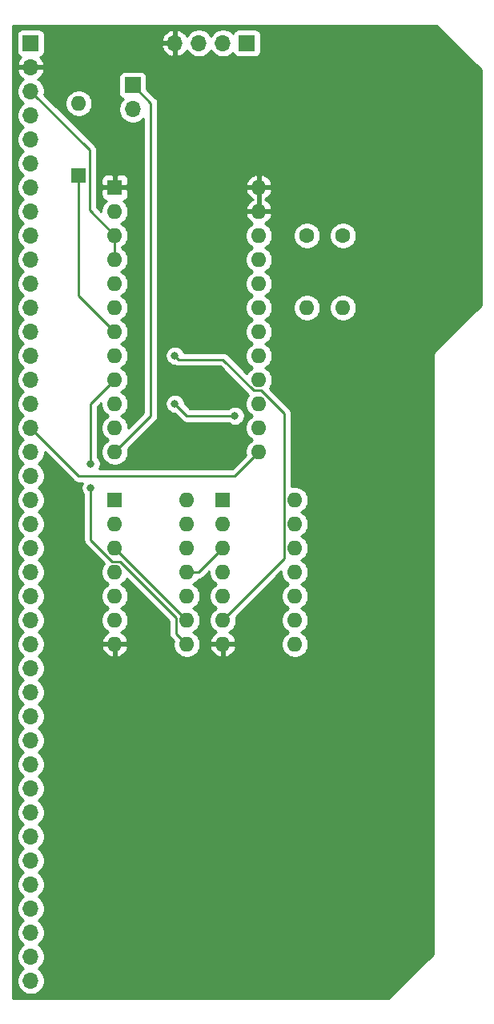
<source format=gbr>
%TF.GenerationSoftware,KiCad,Pcbnew,5.1.6-c6e7f7d~87~ubuntu18.04.1*%
%TF.CreationDate,2020-07-13T17:05:48+01:00*%
%TF.ProjectId,Serial_6850_Rev1,53657269-616c-45f3-9638-35305f526576,rev?*%
%TF.SameCoordinates,Original*%
%TF.FileFunction,Copper,L2,Bot*%
%TF.FilePolarity,Positive*%
%FSLAX46Y46*%
G04 Gerber Fmt 4.6, Leading zero omitted, Abs format (unit mm)*
G04 Created by KiCad (PCBNEW 5.1.6-c6e7f7d~87~ubuntu18.04.1) date 2020-07-13 17:05:48*
%MOMM*%
%LPD*%
G01*
G04 APERTURE LIST*
%TA.AperFunction,ComponentPad*%
%ADD10O,1.700000X1.700000*%
%TD*%
%TA.AperFunction,ComponentPad*%
%ADD11R,1.700000X1.700000*%
%TD*%
%TA.AperFunction,ComponentPad*%
%ADD12O,1.600000X1.600000*%
%TD*%
%TA.AperFunction,ComponentPad*%
%ADD13R,1.600000X1.600000*%
%TD*%
%TA.AperFunction,ComponentPad*%
%ADD14C,1.600000*%
%TD*%
%TA.AperFunction,ViaPad*%
%ADD15C,0.800000*%
%TD*%
%TA.AperFunction,Conductor*%
%ADD16C,0.250000*%
%TD*%
%TA.AperFunction,Conductor*%
%ADD17C,0.254000*%
%TD*%
G04 APERTURE END LIST*
D10*
%TO.P,J1,40*%
%TO.N,Net-(J1-Pad40)*%
X110490000Y-154940000D03*
%TO.P,J1,39*%
%TO.N,Net-(J1-Pad39)*%
X110490000Y-152400000D03*
%TO.P,J1,38*%
%TO.N,Net-(J1-Pad38)*%
X110490000Y-149860000D03*
%TO.P,J1,37*%
%TO.N,Net-(J1-Pad37)*%
X110490000Y-147320000D03*
%TO.P,J1,36*%
%TO.N,Net-(J1-Pad36)*%
X110490000Y-144780000D03*
%TO.P,J1,35*%
%TO.N,Net-(J1-Pad35)*%
X110490000Y-142240000D03*
%TO.P,J1,34*%
%TO.N,Net-(J1-Pad34)*%
X110490000Y-139700000D03*
%TO.P,J1,33*%
%TO.N,Net-(J1-Pad33)*%
X110490000Y-137160000D03*
%TO.P,J1,32*%
%TO.N,Net-(J1-Pad32)*%
X110490000Y-134620000D03*
%TO.P,J1,31*%
%TO.N,Net-(J1-Pad31)*%
X110490000Y-132080000D03*
%TO.P,J1,30*%
%TO.N,Net-(J1-Pad30)*%
X110490000Y-129540000D03*
%TO.P,J1,29*%
%TO.N,Net-(J1-Pad29)*%
X110490000Y-127000000D03*
%TO.P,J1,28*%
%TO.N,Net-(J1-Pad28)*%
X110490000Y-124460000D03*
%TO.P,J1,27*%
%TO.N,Net-(J1-Pad27)*%
X110490000Y-121920000D03*
%TO.P,J1,26*%
%TO.N,Net-(J1-Pad26)*%
X110490000Y-119380000D03*
%TO.P,J1,25*%
%TO.N,Net-(J1-Pad25)*%
X110490000Y-116840000D03*
%TO.P,J1,24*%
%TO.N,Net-(J1-Pad24)*%
X110490000Y-114300000D03*
%TO.P,J1,23*%
%TO.N,Net-(J1-Pad23)*%
X110490000Y-111760000D03*
%TO.P,J1,22*%
%TO.N,Net-(J1-Pad22)*%
X110490000Y-109220000D03*
%TO.P,J1,21*%
%TO.N,Net-(J1-Pad21)*%
X110490000Y-106680000D03*
%TO.P,J1,20*%
%TO.N,Net-(J1-Pad20)*%
X110490000Y-104140000D03*
%TO.P,J1,19*%
%TO.N,Net-(J1-Pad19)*%
X110490000Y-101600000D03*
%TO.P,J1,18*%
%TO.N,Net-(J1-Pad18)*%
X110490000Y-99060000D03*
%TO.P,J1,17*%
%TO.N,Net-(J1-Pad17)*%
X110490000Y-96520000D03*
%TO.P,J1,16*%
%TO.N,Net-(J1-Pad16)*%
X110490000Y-93980000D03*
%TO.P,J1,15*%
%TO.N,Net-(J1-Pad15)*%
X110490000Y-91440000D03*
%TO.P,J1,14*%
%TO.N,Net-(J1-Pad14)*%
X110490000Y-88900000D03*
%TO.P,J1,13*%
%TO.N,Net-(J1-Pad13)*%
X110490000Y-86360000D03*
%TO.P,J1,12*%
%TO.N,Net-(J1-Pad12)*%
X110490000Y-83820000D03*
%TO.P,J1,11*%
%TO.N,Net-(J1-Pad11)*%
X110490000Y-81280000D03*
%TO.P,J1,10*%
%TO.N,Net-(J1-Pad10)*%
X110490000Y-78740000D03*
%TO.P,J1,9*%
%TO.N,Net-(J1-Pad9)*%
X110490000Y-76200000D03*
%TO.P,J1,8*%
%TO.N,Net-(J1-Pad8)*%
X110490000Y-73660000D03*
%TO.P,J1,7*%
%TO.N,Net-(J1-Pad7)*%
X110490000Y-71120000D03*
%TO.P,J1,6*%
%TO.N,Net-(J1-Pad6)*%
X110490000Y-68580000D03*
%TO.P,J1,5*%
%TO.N,Net-(D1-Pad2)*%
X110490000Y-66040000D03*
%TO.P,J1,4*%
%TO.N,Net-(J1-Pad4)*%
X110490000Y-63500000D03*
%TO.P,J1,3*%
%TO.N,Net-(J1-Pad3)*%
X110490000Y-60960000D03*
%TO.P,J1,2*%
%TO.N,/GND*%
X110490000Y-58420000D03*
D11*
%TO.P,J1,1*%
%TO.N,/+5V*%
X110490000Y-55880000D03*
%TD*%
D10*
%TO.P,J2,4*%
%TO.N,/GND*%
X125730000Y-55880000D03*
%TO.P,J2,3*%
%TO.N,Net-(J2-Pad3)*%
X128270000Y-55880000D03*
%TO.P,J2,2*%
%TO.N,Net-(J2-Pad2)*%
X130810000Y-55880000D03*
D11*
%TO.P,J2,1*%
%TO.N,Net-(J2-Pad1)*%
X133350000Y-55880000D03*
%TD*%
D12*
%TO.P,U3,24*%
%TO.N,/GND*%
X134620000Y-71120000D03*
%TO.P,U3,12*%
%TO.N,/+5V*%
X119380000Y-99060000D03*
%TO.P,U3,23*%
%TO.N,/GND*%
X134620000Y-73660000D03*
%TO.P,U3,11*%
%TO.N,Net-(J1-Pad19)*%
X119380000Y-96520000D03*
%TO.P,U3,22*%
%TO.N,Net-(J1-Pad6)*%
X134620000Y-76200000D03*
%TO.P,U3,10*%
%TO.N,CS1*%
X119380000Y-93980000D03*
%TO.P,U3,21*%
%TO.N,Net-(J1-Pad7)*%
X134620000Y-78740000D03*
%TO.P,U3,9*%
%TO.N,CS2*%
X119380000Y-91440000D03*
%TO.P,U3,20*%
%TO.N,Net-(J1-Pad8)*%
X134620000Y-81280000D03*
%TO.P,U3,8*%
%TO.N,CS0*%
X119380000Y-88900000D03*
%TO.P,U3,19*%
%TO.N,Net-(J1-Pad9)*%
X134620000Y-83820000D03*
%TO.P,U3,7*%
%TO.N,Net-(D1-Pad1)*%
X119380000Y-86360000D03*
%TO.P,U3,18*%
%TO.N,Net-(J1-Pad10)*%
X134620000Y-86360000D03*
%TO.P,U3,6*%
%TO.N,Net-(R2-Pad2)*%
X119380000Y-83820000D03*
%TO.P,U3,17*%
%TO.N,Net-(J1-Pad11)*%
X134620000Y-88900000D03*
%TO.P,U3,5*%
%TO.N,Net-(U3-Pad5)*%
X119380000Y-81280000D03*
%TO.P,U3,16*%
%TO.N,Net-(J1-Pad12)*%
X134620000Y-91440000D03*
%TO.P,U3,4*%
%TO.N,Net-(J1-Pad3)*%
X119380000Y-78740000D03*
%TO.P,U3,15*%
%TO.N,Net-(J1-Pad13)*%
X134620000Y-93980000D03*
%TO.P,U3,3*%
%TO.N,Net-(J1-Pad3)*%
X119380000Y-76200000D03*
%TO.P,U3,14*%
%TO.N,Net-(U1-Pad2)*%
X134620000Y-96520000D03*
%TO.P,U3,2*%
%TO.N,Net-(R1-Pad2)*%
X119380000Y-73660000D03*
%TO.P,U3,13*%
%TO.N,Net-(J1-Pad17)*%
X134620000Y-99060000D03*
D13*
%TO.P,U3,1*%
%TO.N,/GND*%
X119380000Y-71120000D03*
%TD*%
D12*
%TO.P,U2,14*%
%TO.N,/+5V*%
X127000000Y-104140000D03*
%TO.P,U2,7*%
%TO.N,/GND*%
X119380000Y-119380000D03*
%TO.P,U2,13*%
%TO.N,Net-(J1-Pad25)*%
X127000000Y-106680000D03*
%TO.P,U2,6*%
%TO.N,Net-(U2-Pad10)*%
X119380000Y-116840000D03*
%TO.P,U2,12*%
%TO.N,Net-(J1-Pad24)*%
X127000000Y-109220000D03*
%TO.P,U2,5*%
%TO.N,Net-(J1-Pad23)*%
X119380000Y-114300000D03*
%TO.P,U2,11*%
%TO.N,Net-(U1-Pad3)*%
X127000000Y-111760000D03*
%TO.P,U2,4*%
%TO.N,Net-(J1-Pad22)*%
X119380000Y-111760000D03*
%TO.P,U2,10*%
%TO.N,Net-(U2-Pad10)*%
X127000000Y-114300000D03*
%TO.P,U2,3*%
%TO.N,Net-(U2-Pad3)*%
X119380000Y-109220000D03*
%TO.P,U2,9*%
X127000000Y-116840000D03*
%TO.P,U2,2*%
%TO.N,Net-(J1-Pad21)*%
X119380000Y-106680000D03*
%TO.P,U2,8*%
%TO.N,CS2*%
X127000000Y-119380000D03*
D13*
%TO.P,U2,1*%
%TO.N,Net-(J1-Pad20)*%
X119380000Y-104140000D03*
%TD*%
D12*
%TO.P,U1,14*%
%TO.N,/+5V*%
X138430000Y-104140000D03*
%TO.P,U1,7*%
%TO.N,/GND*%
X130810000Y-119380000D03*
%TO.P,U1,13*%
%TO.N,N/C*%
X138430000Y-106680000D03*
%TO.P,U1,6*%
%TO.N,CS0*%
X130810000Y-116840000D03*
%TO.P,U1,12*%
%TO.N,N/C*%
X138430000Y-109220000D03*
%TO.P,U1,5*%
%TO.N,Net-(J1-Pad26)*%
X130810000Y-114300000D03*
%TO.P,U1,11*%
%TO.N,N/C*%
X138430000Y-111760000D03*
%TO.P,U1,4*%
%TO.N,CS1*%
X130810000Y-111760000D03*
%TO.P,U1,10*%
%TO.N,N/C*%
X138430000Y-114300000D03*
%TO.P,U1,3*%
%TO.N,Net-(U1-Pad3)*%
X130810000Y-109220000D03*
%TO.P,U1,9*%
%TO.N,N/C*%
X138430000Y-116840000D03*
%TO.P,U1,2*%
%TO.N,Net-(U1-Pad2)*%
X130810000Y-106680000D03*
%TO.P,U1,8*%
%TO.N,N/C*%
X138430000Y-119380000D03*
D13*
%TO.P,U1,1*%
%TO.N,Net-(J1-Pad15)*%
X130810000Y-104140000D03*
%TD*%
D12*
%TO.P,R2,2*%
%TO.N,Net-(R2-Pad2)*%
X139700000Y-83820000D03*
D14*
%TO.P,R2,1*%
%TO.N,Net-(J2-Pad2)*%
X139700000Y-76200000D03*
%TD*%
D12*
%TO.P,R1,2*%
%TO.N,Net-(R1-Pad2)*%
X143510000Y-83820000D03*
D14*
%TO.P,R1,1*%
%TO.N,Net-(J2-Pad1)*%
X143510000Y-76200000D03*
%TD*%
D10*
%TO.P,JP1,2*%
%TO.N,Net-(J2-Pad3)*%
X121285000Y-62865000D03*
D11*
%TO.P,JP1,1*%
%TO.N,/+5V*%
X121285000Y-60325000D03*
%TD*%
D12*
%TO.P,D1,2*%
%TO.N,Net-(D1-Pad2)*%
X115570000Y-62230000D03*
D13*
%TO.P,D1,1*%
%TO.N,Net-(D1-Pad1)*%
X115570000Y-69850000D03*
%TD*%
D15*
%TO.N,CS0*%
X125730000Y-88900000D03*
%TO.N,CS1*%
X132080000Y-95250000D03*
X125730000Y-93980000D03*
%TO.N,CS2*%
X116840000Y-100330000D03*
X116840000Y-102870000D03*
%TD*%
D16*
%TO.N,Net-(D1-Pad1)*%
X115570000Y-82550000D02*
X119380000Y-86360000D01*
X115570000Y-69850000D02*
X115570000Y-82550000D01*
%TO.N,Net-(J1-Pad17)*%
X110490000Y-96520000D02*
X115570000Y-101600000D01*
X132080000Y-101600000D02*
X134620000Y-99060000D01*
X115570000Y-101600000D02*
X132080000Y-101600000D01*
%TO.N,Net-(J1-Pad3)*%
X119380000Y-76200000D02*
X119380000Y-78740000D01*
X116695001Y-67165001D02*
X110490000Y-60960000D01*
X116695001Y-73515001D02*
X116695001Y-67165001D01*
X119380000Y-76200000D02*
X116695001Y-73515001D01*
%TO.N,CS0*%
X134079999Y-92565001D02*
X130810000Y-89295002D01*
X134870003Y-92565001D02*
X134079999Y-92565001D01*
X137304999Y-94999997D02*
X134870003Y-92565001D01*
X130810000Y-116840000D02*
X137304999Y-110345001D01*
X137304999Y-110345001D02*
X137304999Y-94999997D01*
X130810000Y-89295002D02*
X126125002Y-89295002D01*
X126125002Y-89295002D02*
X125730000Y-88900000D01*
%TO.N,CS1*%
X132080000Y-95250000D02*
X127000000Y-95250000D01*
X127000000Y-95250000D02*
X125730000Y-93980000D01*
%TO.N,Net-(U1-Pad3)*%
X128270000Y-111760000D02*
X130810000Y-109220000D01*
X127000000Y-111760000D02*
X128270000Y-111760000D01*
%TO.N,Net-(U2-Pad3)*%
X119380000Y-109220000D02*
X127000000Y-116840000D01*
%TO.N,CS2*%
X119380000Y-91440000D02*
X116840000Y-93980000D01*
X116840000Y-93980000D02*
X116840000Y-100330000D01*
X125874999Y-116589997D02*
X125874999Y-118254999D01*
X119129997Y-110634999D02*
X119920001Y-110634999D01*
X125874999Y-118254999D02*
X127000000Y-119380000D01*
X116840000Y-108345002D02*
X119129997Y-110634999D01*
X119920001Y-110634999D02*
X125874999Y-116589997D01*
X116840000Y-102870000D02*
X116840000Y-108345002D01*
%TO.N,/+5V*%
X121285000Y-60325000D02*
X123190000Y-62230000D01*
X123190000Y-95250000D02*
X119380000Y-99060000D01*
X123190000Y-62230000D02*
X123190000Y-95250000D01*
%TD*%
D17*
%TO.N,/GND*%
G36*
X158090000Y-58693381D02*
G01*
X158090001Y-82517572D01*
X158090000Y-82517582D01*
X158090001Y-83546618D01*
X153226232Y-88410388D01*
X153201053Y-88431052D01*
X153180389Y-88456231D01*
X153180386Y-88456234D01*
X153118575Y-88531550D01*
X153057290Y-88646208D01*
X153019551Y-88770618D01*
X153006808Y-88900000D01*
X153010001Y-88932419D01*
X153010000Y-152126619D01*
X148316620Y-156820000D01*
X108610000Y-156820000D01*
X108610000Y-60813740D01*
X109005000Y-60813740D01*
X109005000Y-61106260D01*
X109062068Y-61393158D01*
X109174010Y-61663411D01*
X109336525Y-61906632D01*
X109543368Y-62113475D01*
X109717760Y-62230000D01*
X109543368Y-62346525D01*
X109336525Y-62553368D01*
X109174010Y-62796589D01*
X109062068Y-63066842D01*
X109005000Y-63353740D01*
X109005000Y-63646260D01*
X109062068Y-63933158D01*
X109174010Y-64203411D01*
X109336525Y-64446632D01*
X109543368Y-64653475D01*
X109717760Y-64770000D01*
X109543368Y-64886525D01*
X109336525Y-65093368D01*
X109174010Y-65336589D01*
X109062068Y-65606842D01*
X109005000Y-65893740D01*
X109005000Y-66186260D01*
X109062068Y-66473158D01*
X109174010Y-66743411D01*
X109336525Y-66986632D01*
X109543368Y-67193475D01*
X109717760Y-67310000D01*
X109543368Y-67426525D01*
X109336525Y-67633368D01*
X109174010Y-67876589D01*
X109062068Y-68146842D01*
X109005000Y-68433740D01*
X109005000Y-68726260D01*
X109062068Y-69013158D01*
X109174010Y-69283411D01*
X109336525Y-69526632D01*
X109543368Y-69733475D01*
X109717760Y-69850000D01*
X109543368Y-69966525D01*
X109336525Y-70173368D01*
X109174010Y-70416589D01*
X109062068Y-70686842D01*
X109005000Y-70973740D01*
X109005000Y-71266260D01*
X109062068Y-71553158D01*
X109174010Y-71823411D01*
X109336525Y-72066632D01*
X109543368Y-72273475D01*
X109717760Y-72390000D01*
X109543368Y-72506525D01*
X109336525Y-72713368D01*
X109174010Y-72956589D01*
X109062068Y-73226842D01*
X109005000Y-73513740D01*
X109005000Y-73806260D01*
X109062068Y-74093158D01*
X109174010Y-74363411D01*
X109336525Y-74606632D01*
X109543368Y-74813475D01*
X109717760Y-74930000D01*
X109543368Y-75046525D01*
X109336525Y-75253368D01*
X109174010Y-75496589D01*
X109062068Y-75766842D01*
X109005000Y-76053740D01*
X109005000Y-76346260D01*
X109062068Y-76633158D01*
X109174010Y-76903411D01*
X109336525Y-77146632D01*
X109543368Y-77353475D01*
X109717760Y-77470000D01*
X109543368Y-77586525D01*
X109336525Y-77793368D01*
X109174010Y-78036589D01*
X109062068Y-78306842D01*
X109005000Y-78593740D01*
X109005000Y-78886260D01*
X109062068Y-79173158D01*
X109174010Y-79443411D01*
X109336525Y-79686632D01*
X109543368Y-79893475D01*
X109717760Y-80010000D01*
X109543368Y-80126525D01*
X109336525Y-80333368D01*
X109174010Y-80576589D01*
X109062068Y-80846842D01*
X109005000Y-81133740D01*
X109005000Y-81426260D01*
X109062068Y-81713158D01*
X109174010Y-81983411D01*
X109336525Y-82226632D01*
X109543368Y-82433475D01*
X109717760Y-82550000D01*
X109543368Y-82666525D01*
X109336525Y-82873368D01*
X109174010Y-83116589D01*
X109062068Y-83386842D01*
X109005000Y-83673740D01*
X109005000Y-83966260D01*
X109062068Y-84253158D01*
X109174010Y-84523411D01*
X109336525Y-84766632D01*
X109543368Y-84973475D01*
X109717760Y-85090000D01*
X109543368Y-85206525D01*
X109336525Y-85413368D01*
X109174010Y-85656589D01*
X109062068Y-85926842D01*
X109005000Y-86213740D01*
X109005000Y-86506260D01*
X109062068Y-86793158D01*
X109174010Y-87063411D01*
X109336525Y-87306632D01*
X109543368Y-87513475D01*
X109717760Y-87630000D01*
X109543368Y-87746525D01*
X109336525Y-87953368D01*
X109174010Y-88196589D01*
X109062068Y-88466842D01*
X109005000Y-88753740D01*
X109005000Y-89046260D01*
X109062068Y-89333158D01*
X109174010Y-89603411D01*
X109336525Y-89846632D01*
X109543368Y-90053475D01*
X109717760Y-90170000D01*
X109543368Y-90286525D01*
X109336525Y-90493368D01*
X109174010Y-90736589D01*
X109062068Y-91006842D01*
X109005000Y-91293740D01*
X109005000Y-91586260D01*
X109062068Y-91873158D01*
X109174010Y-92143411D01*
X109336525Y-92386632D01*
X109543368Y-92593475D01*
X109717760Y-92710000D01*
X109543368Y-92826525D01*
X109336525Y-93033368D01*
X109174010Y-93276589D01*
X109062068Y-93546842D01*
X109005000Y-93833740D01*
X109005000Y-94126260D01*
X109062068Y-94413158D01*
X109174010Y-94683411D01*
X109336525Y-94926632D01*
X109543368Y-95133475D01*
X109717760Y-95250000D01*
X109543368Y-95366525D01*
X109336525Y-95573368D01*
X109174010Y-95816589D01*
X109062068Y-96086842D01*
X109005000Y-96373740D01*
X109005000Y-96666260D01*
X109062068Y-96953158D01*
X109174010Y-97223411D01*
X109336525Y-97466632D01*
X109543368Y-97673475D01*
X109717760Y-97790000D01*
X109543368Y-97906525D01*
X109336525Y-98113368D01*
X109174010Y-98356589D01*
X109062068Y-98626842D01*
X109005000Y-98913740D01*
X109005000Y-99206260D01*
X109062068Y-99493158D01*
X109174010Y-99763411D01*
X109336525Y-100006632D01*
X109543368Y-100213475D01*
X109717760Y-100330000D01*
X109543368Y-100446525D01*
X109336525Y-100653368D01*
X109174010Y-100896589D01*
X109062068Y-101166842D01*
X109005000Y-101453740D01*
X109005000Y-101746260D01*
X109062068Y-102033158D01*
X109174010Y-102303411D01*
X109336525Y-102546632D01*
X109543368Y-102753475D01*
X109717760Y-102870000D01*
X109543368Y-102986525D01*
X109336525Y-103193368D01*
X109174010Y-103436589D01*
X109062068Y-103706842D01*
X109005000Y-103993740D01*
X109005000Y-104286260D01*
X109062068Y-104573158D01*
X109174010Y-104843411D01*
X109336525Y-105086632D01*
X109543368Y-105293475D01*
X109717760Y-105410000D01*
X109543368Y-105526525D01*
X109336525Y-105733368D01*
X109174010Y-105976589D01*
X109062068Y-106246842D01*
X109005000Y-106533740D01*
X109005000Y-106826260D01*
X109062068Y-107113158D01*
X109174010Y-107383411D01*
X109336525Y-107626632D01*
X109543368Y-107833475D01*
X109717760Y-107950000D01*
X109543368Y-108066525D01*
X109336525Y-108273368D01*
X109174010Y-108516589D01*
X109062068Y-108786842D01*
X109005000Y-109073740D01*
X109005000Y-109366260D01*
X109062068Y-109653158D01*
X109174010Y-109923411D01*
X109336525Y-110166632D01*
X109543368Y-110373475D01*
X109717760Y-110490000D01*
X109543368Y-110606525D01*
X109336525Y-110813368D01*
X109174010Y-111056589D01*
X109062068Y-111326842D01*
X109005000Y-111613740D01*
X109005000Y-111906260D01*
X109062068Y-112193158D01*
X109174010Y-112463411D01*
X109336525Y-112706632D01*
X109543368Y-112913475D01*
X109717760Y-113030000D01*
X109543368Y-113146525D01*
X109336525Y-113353368D01*
X109174010Y-113596589D01*
X109062068Y-113866842D01*
X109005000Y-114153740D01*
X109005000Y-114446260D01*
X109062068Y-114733158D01*
X109174010Y-115003411D01*
X109336525Y-115246632D01*
X109543368Y-115453475D01*
X109717760Y-115570000D01*
X109543368Y-115686525D01*
X109336525Y-115893368D01*
X109174010Y-116136589D01*
X109062068Y-116406842D01*
X109005000Y-116693740D01*
X109005000Y-116986260D01*
X109062068Y-117273158D01*
X109174010Y-117543411D01*
X109336525Y-117786632D01*
X109543368Y-117993475D01*
X109717760Y-118110000D01*
X109543368Y-118226525D01*
X109336525Y-118433368D01*
X109174010Y-118676589D01*
X109062068Y-118946842D01*
X109005000Y-119233740D01*
X109005000Y-119526260D01*
X109062068Y-119813158D01*
X109174010Y-120083411D01*
X109336525Y-120326632D01*
X109543368Y-120533475D01*
X109717760Y-120650000D01*
X109543368Y-120766525D01*
X109336525Y-120973368D01*
X109174010Y-121216589D01*
X109062068Y-121486842D01*
X109005000Y-121773740D01*
X109005000Y-122066260D01*
X109062068Y-122353158D01*
X109174010Y-122623411D01*
X109336525Y-122866632D01*
X109543368Y-123073475D01*
X109717760Y-123190000D01*
X109543368Y-123306525D01*
X109336525Y-123513368D01*
X109174010Y-123756589D01*
X109062068Y-124026842D01*
X109005000Y-124313740D01*
X109005000Y-124606260D01*
X109062068Y-124893158D01*
X109174010Y-125163411D01*
X109336525Y-125406632D01*
X109543368Y-125613475D01*
X109717760Y-125730000D01*
X109543368Y-125846525D01*
X109336525Y-126053368D01*
X109174010Y-126296589D01*
X109062068Y-126566842D01*
X109005000Y-126853740D01*
X109005000Y-127146260D01*
X109062068Y-127433158D01*
X109174010Y-127703411D01*
X109336525Y-127946632D01*
X109543368Y-128153475D01*
X109717760Y-128270000D01*
X109543368Y-128386525D01*
X109336525Y-128593368D01*
X109174010Y-128836589D01*
X109062068Y-129106842D01*
X109005000Y-129393740D01*
X109005000Y-129686260D01*
X109062068Y-129973158D01*
X109174010Y-130243411D01*
X109336525Y-130486632D01*
X109543368Y-130693475D01*
X109717760Y-130810000D01*
X109543368Y-130926525D01*
X109336525Y-131133368D01*
X109174010Y-131376589D01*
X109062068Y-131646842D01*
X109005000Y-131933740D01*
X109005000Y-132226260D01*
X109062068Y-132513158D01*
X109174010Y-132783411D01*
X109336525Y-133026632D01*
X109543368Y-133233475D01*
X109717760Y-133350000D01*
X109543368Y-133466525D01*
X109336525Y-133673368D01*
X109174010Y-133916589D01*
X109062068Y-134186842D01*
X109005000Y-134473740D01*
X109005000Y-134766260D01*
X109062068Y-135053158D01*
X109174010Y-135323411D01*
X109336525Y-135566632D01*
X109543368Y-135773475D01*
X109717760Y-135890000D01*
X109543368Y-136006525D01*
X109336525Y-136213368D01*
X109174010Y-136456589D01*
X109062068Y-136726842D01*
X109005000Y-137013740D01*
X109005000Y-137306260D01*
X109062068Y-137593158D01*
X109174010Y-137863411D01*
X109336525Y-138106632D01*
X109543368Y-138313475D01*
X109717760Y-138430000D01*
X109543368Y-138546525D01*
X109336525Y-138753368D01*
X109174010Y-138996589D01*
X109062068Y-139266842D01*
X109005000Y-139553740D01*
X109005000Y-139846260D01*
X109062068Y-140133158D01*
X109174010Y-140403411D01*
X109336525Y-140646632D01*
X109543368Y-140853475D01*
X109717760Y-140970000D01*
X109543368Y-141086525D01*
X109336525Y-141293368D01*
X109174010Y-141536589D01*
X109062068Y-141806842D01*
X109005000Y-142093740D01*
X109005000Y-142386260D01*
X109062068Y-142673158D01*
X109174010Y-142943411D01*
X109336525Y-143186632D01*
X109543368Y-143393475D01*
X109717760Y-143510000D01*
X109543368Y-143626525D01*
X109336525Y-143833368D01*
X109174010Y-144076589D01*
X109062068Y-144346842D01*
X109005000Y-144633740D01*
X109005000Y-144926260D01*
X109062068Y-145213158D01*
X109174010Y-145483411D01*
X109336525Y-145726632D01*
X109543368Y-145933475D01*
X109717760Y-146050000D01*
X109543368Y-146166525D01*
X109336525Y-146373368D01*
X109174010Y-146616589D01*
X109062068Y-146886842D01*
X109005000Y-147173740D01*
X109005000Y-147466260D01*
X109062068Y-147753158D01*
X109174010Y-148023411D01*
X109336525Y-148266632D01*
X109543368Y-148473475D01*
X109717760Y-148590000D01*
X109543368Y-148706525D01*
X109336525Y-148913368D01*
X109174010Y-149156589D01*
X109062068Y-149426842D01*
X109005000Y-149713740D01*
X109005000Y-150006260D01*
X109062068Y-150293158D01*
X109174010Y-150563411D01*
X109336525Y-150806632D01*
X109543368Y-151013475D01*
X109717760Y-151130000D01*
X109543368Y-151246525D01*
X109336525Y-151453368D01*
X109174010Y-151696589D01*
X109062068Y-151966842D01*
X109005000Y-152253740D01*
X109005000Y-152546260D01*
X109062068Y-152833158D01*
X109174010Y-153103411D01*
X109336525Y-153346632D01*
X109543368Y-153553475D01*
X109717760Y-153670000D01*
X109543368Y-153786525D01*
X109336525Y-153993368D01*
X109174010Y-154236589D01*
X109062068Y-154506842D01*
X109005000Y-154793740D01*
X109005000Y-155086260D01*
X109062068Y-155373158D01*
X109174010Y-155643411D01*
X109336525Y-155886632D01*
X109543368Y-156093475D01*
X109786589Y-156255990D01*
X110056842Y-156367932D01*
X110343740Y-156425000D01*
X110636260Y-156425000D01*
X110923158Y-156367932D01*
X111193411Y-156255990D01*
X111436632Y-156093475D01*
X111643475Y-155886632D01*
X111805990Y-155643411D01*
X111917932Y-155373158D01*
X111975000Y-155086260D01*
X111975000Y-154793740D01*
X111917932Y-154506842D01*
X111805990Y-154236589D01*
X111643475Y-153993368D01*
X111436632Y-153786525D01*
X111262240Y-153670000D01*
X111436632Y-153553475D01*
X111643475Y-153346632D01*
X111805990Y-153103411D01*
X111917932Y-152833158D01*
X111975000Y-152546260D01*
X111975000Y-152253740D01*
X111917932Y-151966842D01*
X111805990Y-151696589D01*
X111643475Y-151453368D01*
X111436632Y-151246525D01*
X111262240Y-151130000D01*
X111436632Y-151013475D01*
X111643475Y-150806632D01*
X111805990Y-150563411D01*
X111917932Y-150293158D01*
X111975000Y-150006260D01*
X111975000Y-149713740D01*
X111917932Y-149426842D01*
X111805990Y-149156589D01*
X111643475Y-148913368D01*
X111436632Y-148706525D01*
X111262240Y-148590000D01*
X111436632Y-148473475D01*
X111643475Y-148266632D01*
X111805990Y-148023411D01*
X111917932Y-147753158D01*
X111975000Y-147466260D01*
X111975000Y-147173740D01*
X111917932Y-146886842D01*
X111805990Y-146616589D01*
X111643475Y-146373368D01*
X111436632Y-146166525D01*
X111262240Y-146050000D01*
X111436632Y-145933475D01*
X111643475Y-145726632D01*
X111805990Y-145483411D01*
X111917932Y-145213158D01*
X111975000Y-144926260D01*
X111975000Y-144633740D01*
X111917932Y-144346842D01*
X111805990Y-144076589D01*
X111643475Y-143833368D01*
X111436632Y-143626525D01*
X111262240Y-143510000D01*
X111436632Y-143393475D01*
X111643475Y-143186632D01*
X111805990Y-142943411D01*
X111917932Y-142673158D01*
X111975000Y-142386260D01*
X111975000Y-142093740D01*
X111917932Y-141806842D01*
X111805990Y-141536589D01*
X111643475Y-141293368D01*
X111436632Y-141086525D01*
X111262240Y-140970000D01*
X111436632Y-140853475D01*
X111643475Y-140646632D01*
X111805990Y-140403411D01*
X111917932Y-140133158D01*
X111975000Y-139846260D01*
X111975000Y-139553740D01*
X111917932Y-139266842D01*
X111805990Y-138996589D01*
X111643475Y-138753368D01*
X111436632Y-138546525D01*
X111262240Y-138430000D01*
X111436632Y-138313475D01*
X111643475Y-138106632D01*
X111805990Y-137863411D01*
X111917932Y-137593158D01*
X111975000Y-137306260D01*
X111975000Y-137013740D01*
X111917932Y-136726842D01*
X111805990Y-136456589D01*
X111643475Y-136213368D01*
X111436632Y-136006525D01*
X111262240Y-135890000D01*
X111436632Y-135773475D01*
X111643475Y-135566632D01*
X111805990Y-135323411D01*
X111917932Y-135053158D01*
X111975000Y-134766260D01*
X111975000Y-134473740D01*
X111917932Y-134186842D01*
X111805990Y-133916589D01*
X111643475Y-133673368D01*
X111436632Y-133466525D01*
X111262240Y-133350000D01*
X111436632Y-133233475D01*
X111643475Y-133026632D01*
X111805990Y-132783411D01*
X111917932Y-132513158D01*
X111975000Y-132226260D01*
X111975000Y-131933740D01*
X111917932Y-131646842D01*
X111805990Y-131376589D01*
X111643475Y-131133368D01*
X111436632Y-130926525D01*
X111262240Y-130810000D01*
X111436632Y-130693475D01*
X111643475Y-130486632D01*
X111805990Y-130243411D01*
X111917932Y-129973158D01*
X111975000Y-129686260D01*
X111975000Y-129393740D01*
X111917932Y-129106842D01*
X111805990Y-128836589D01*
X111643475Y-128593368D01*
X111436632Y-128386525D01*
X111262240Y-128270000D01*
X111436632Y-128153475D01*
X111643475Y-127946632D01*
X111805990Y-127703411D01*
X111917932Y-127433158D01*
X111975000Y-127146260D01*
X111975000Y-126853740D01*
X111917932Y-126566842D01*
X111805990Y-126296589D01*
X111643475Y-126053368D01*
X111436632Y-125846525D01*
X111262240Y-125730000D01*
X111436632Y-125613475D01*
X111643475Y-125406632D01*
X111805990Y-125163411D01*
X111917932Y-124893158D01*
X111975000Y-124606260D01*
X111975000Y-124313740D01*
X111917932Y-124026842D01*
X111805990Y-123756589D01*
X111643475Y-123513368D01*
X111436632Y-123306525D01*
X111262240Y-123190000D01*
X111436632Y-123073475D01*
X111643475Y-122866632D01*
X111805990Y-122623411D01*
X111917932Y-122353158D01*
X111975000Y-122066260D01*
X111975000Y-121773740D01*
X111917932Y-121486842D01*
X111805990Y-121216589D01*
X111643475Y-120973368D01*
X111436632Y-120766525D01*
X111262240Y-120650000D01*
X111436632Y-120533475D01*
X111643475Y-120326632D01*
X111805990Y-120083411D01*
X111917932Y-119813158D01*
X111934664Y-119729039D01*
X117988096Y-119729039D01*
X118028754Y-119863087D01*
X118148963Y-120117420D01*
X118316481Y-120343414D01*
X118524869Y-120532385D01*
X118766119Y-120677070D01*
X119030960Y-120771909D01*
X119253000Y-120650624D01*
X119253000Y-119507000D01*
X119507000Y-119507000D01*
X119507000Y-120650624D01*
X119729040Y-120771909D01*
X119993881Y-120677070D01*
X120235131Y-120532385D01*
X120443519Y-120343414D01*
X120611037Y-120117420D01*
X120731246Y-119863087D01*
X120771904Y-119729039D01*
X120649915Y-119507000D01*
X119507000Y-119507000D01*
X119253000Y-119507000D01*
X118110085Y-119507000D01*
X117988096Y-119729039D01*
X111934664Y-119729039D01*
X111975000Y-119526260D01*
X111975000Y-119233740D01*
X111917932Y-118946842D01*
X111805990Y-118676589D01*
X111643475Y-118433368D01*
X111436632Y-118226525D01*
X111262240Y-118110000D01*
X111436632Y-117993475D01*
X111643475Y-117786632D01*
X111805990Y-117543411D01*
X111917932Y-117273158D01*
X111975000Y-116986260D01*
X111975000Y-116693740D01*
X111917932Y-116406842D01*
X111805990Y-116136589D01*
X111643475Y-115893368D01*
X111436632Y-115686525D01*
X111262240Y-115570000D01*
X111436632Y-115453475D01*
X111643475Y-115246632D01*
X111805990Y-115003411D01*
X111917932Y-114733158D01*
X111975000Y-114446260D01*
X111975000Y-114153740D01*
X111917932Y-113866842D01*
X111805990Y-113596589D01*
X111643475Y-113353368D01*
X111436632Y-113146525D01*
X111262240Y-113030000D01*
X111436632Y-112913475D01*
X111643475Y-112706632D01*
X111805990Y-112463411D01*
X111917932Y-112193158D01*
X111975000Y-111906260D01*
X111975000Y-111613740D01*
X111917932Y-111326842D01*
X111805990Y-111056589D01*
X111643475Y-110813368D01*
X111436632Y-110606525D01*
X111262240Y-110490000D01*
X111436632Y-110373475D01*
X111643475Y-110166632D01*
X111805990Y-109923411D01*
X111917932Y-109653158D01*
X111975000Y-109366260D01*
X111975000Y-109073740D01*
X111917932Y-108786842D01*
X111805990Y-108516589D01*
X111643475Y-108273368D01*
X111436632Y-108066525D01*
X111262240Y-107950000D01*
X111436632Y-107833475D01*
X111643475Y-107626632D01*
X111805990Y-107383411D01*
X111917932Y-107113158D01*
X111975000Y-106826260D01*
X111975000Y-106533740D01*
X111917932Y-106246842D01*
X111805990Y-105976589D01*
X111643475Y-105733368D01*
X111436632Y-105526525D01*
X111262240Y-105410000D01*
X111436632Y-105293475D01*
X111643475Y-105086632D01*
X111805990Y-104843411D01*
X111917932Y-104573158D01*
X111975000Y-104286260D01*
X111975000Y-103993740D01*
X111917932Y-103706842D01*
X111805990Y-103436589D01*
X111643475Y-103193368D01*
X111436632Y-102986525D01*
X111262240Y-102870000D01*
X111436632Y-102753475D01*
X111643475Y-102546632D01*
X111805990Y-102303411D01*
X111917932Y-102033158D01*
X111975000Y-101746260D01*
X111975000Y-101453740D01*
X111917932Y-101166842D01*
X111805990Y-100896589D01*
X111643475Y-100653368D01*
X111436632Y-100446525D01*
X111262240Y-100330000D01*
X111436632Y-100213475D01*
X111643475Y-100006632D01*
X111805990Y-99763411D01*
X111917932Y-99493158D01*
X111975000Y-99206260D01*
X111975000Y-99079801D01*
X115006201Y-102111003D01*
X115029999Y-102140001D01*
X115058997Y-102163799D01*
X115145723Y-102234974D01*
X115273759Y-102303411D01*
X115277753Y-102305546D01*
X115421014Y-102349003D01*
X115532667Y-102360000D01*
X115532677Y-102360000D01*
X115570000Y-102363676D01*
X115607323Y-102360000D01*
X115935987Y-102360000D01*
X115922795Y-102379744D01*
X115844774Y-102568102D01*
X115805000Y-102768061D01*
X115805000Y-102971939D01*
X115844774Y-103171898D01*
X115922795Y-103360256D01*
X116036063Y-103529774D01*
X116080000Y-103573711D01*
X116080001Y-108307670D01*
X116076324Y-108345002D01*
X116080001Y-108382335D01*
X116090998Y-108493988D01*
X116097854Y-108516589D01*
X116134454Y-108637248D01*
X116205026Y-108769278D01*
X116276201Y-108856004D01*
X116300000Y-108885003D01*
X116328998Y-108908801D01*
X118265400Y-110845204D01*
X118265363Y-110845241D01*
X118108320Y-111080273D01*
X118000147Y-111341426D01*
X117945000Y-111618665D01*
X117945000Y-111901335D01*
X118000147Y-112178574D01*
X118108320Y-112439727D01*
X118265363Y-112674759D01*
X118465241Y-112874637D01*
X118697759Y-113030000D01*
X118465241Y-113185363D01*
X118265363Y-113385241D01*
X118108320Y-113620273D01*
X118000147Y-113881426D01*
X117945000Y-114158665D01*
X117945000Y-114441335D01*
X118000147Y-114718574D01*
X118108320Y-114979727D01*
X118265363Y-115214759D01*
X118465241Y-115414637D01*
X118697759Y-115570000D01*
X118465241Y-115725363D01*
X118265363Y-115925241D01*
X118108320Y-116160273D01*
X118000147Y-116421426D01*
X117945000Y-116698665D01*
X117945000Y-116981335D01*
X118000147Y-117258574D01*
X118108320Y-117519727D01*
X118265363Y-117754759D01*
X118465241Y-117954637D01*
X118700273Y-118111680D01*
X118710865Y-118116067D01*
X118524869Y-118227615D01*
X118316481Y-118416586D01*
X118148963Y-118642580D01*
X118028754Y-118896913D01*
X117988096Y-119030961D01*
X118110085Y-119253000D01*
X119253000Y-119253000D01*
X119253000Y-119233000D01*
X119507000Y-119233000D01*
X119507000Y-119253000D01*
X120649915Y-119253000D01*
X120771904Y-119030961D01*
X120731246Y-118896913D01*
X120611037Y-118642580D01*
X120443519Y-118416586D01*
X120235131Y-118227615D01*
X120049135Y-118116067D01*
X120059727Y-118111680D01*
X120294759Y-117954637D01*
X120494637Y-117754759D01*
X120651680Y-117519727D01*
X120759853Y-117258574D01*
X120815000Y-116981335D01*
X120815000Y-116698665D01*
X120759853Y-116421426D01*
X120651680Y-116160273D01*
X120494637Y-115925241D01*
X120294759Y-115725363D01*
X120062241Y-115570000D01*
X120294759Y-115414637D01*
X120494637Y-115214759D01*
X120651680Y-114979727D01*
X120759853Y-114718574D01*
X120815000Y-114441335D01*
X120815000Y-114158665D01*
X120759853Y-113881426D01*
X120651680Y-113620273D01*
X120494637Y-113385241D01*
X120294759Y-113185363D01*
X120062241Y-113030000D01*
X120294759Y-112874637D01*
X120494637Y-112674759D01*
X120650978Y-112440777D01*
X125114999Y-116904799D01*
X125115000Y-118217667D01*
X125111323Y-118254999D01*
X125115000Y-118292332D01*
X125125997Y-118403985D01*
X125134910Y-118433368D01*
X125169453Y-118547245D01*
X125240025Y-118679275D01*
X125311200Y-118766001D01*
X125334999Y-118795000D01*
X125363997Y-118818798D01*
X125601312Y-119056113D01*
X125565000Y-119238665D01*
X125565000Y-119521335D01*
X125620147Y-119798574D01*
X125728320Y-120059727D01*
X125885363Y-120294759D01*
X126085241Y-120494637D01*
X126320273Y-120651680D01*
X126581426Y-120759853D01*
X126858665Y-120815000D01*
X127141335Y-120815000D01*
X127418574Y-120759853D01*
X127679727Y-120651680D01*
X127914759Y-120494637D01*
X128114637Y-120294759D01*
X128271680Y-120059727D01*
X128379853Y-119798574D01*
X128393684Y-119729039D01*
X129418096Y-119729039D01*
X129458754Y-119863087D01*
X129578963Y-120117420D01*
X129746481Y-120343414D01*
X129954869Y-120532385D01*
X130196119Y-120677070D01*
X130460960Y-120771909D01*
X130683000Y-120650624D01*
X130683000Y-119507000D01*
X130937000Y-119507000D01*
X130937000Y-120650624D01*
X131159040Y-120771909D01*
X131423881Y-120677070D01*
X131665131Y-120532385D01*
X131873519Y-120343414D01*
X132041037Y-120117420D01*
X132161246Y-119863087D01*
X132201904Y-119729039D01*
X132079915Y-119507000D01*
X130937000Y-119507000D01*
X130683000Y-119507000D01*
X129540085Y-119507000D01*
X129418096Y-119729039D01*
X128393684Y-119729039D01*
X128435000Y-119521335D01*
X128435000Y-119238665D01*
X128379853Y-118961426D01*
X128271680Y-118700273D01*
X128114637Y-118465241D01*
X127914759Y-118265363D01*
X127682241Y-118110000D01*
X127914759Y-117954637D01*
X128114637Y-117754759D01*
X128271680Y-117519727D01*
X128379853Y-117258574D01*
X128435000Y-116981335D01*
X128435000Y-116698665D01*
X128379853Y-116421426D01*
X128271680Y-116160273D01*
X128114637Y-115925241D01*
X127914759Y-115725363D01*
X127682241Y-115570000D01*
X127914759Y-115414637D01*
X128114637Y-115214759D01*
X128271680Y-114979727D01*
X128379853Y-114718574D01*
X128435000Y-114441335D01*
X128435000Y-114158665D01*
X128379853Y-113881426D01*
X128271680Y-113620273D01*
X128114637Y-113385241D01*
X127914759Y-113185363D01*
X127682241Y-113030000D01*
X127914759Y-112874637D01*
X128114637Y-112674759D01*
X128218043Y-112520000D01*
X128232678Y-112520000D01*
X128270000Y-112523676D01*
X128307322Y-112520000D01*
X128307333Y-112520000D01*
X128418986Y-112509003D01*
X128562247Y-112465546D01*
X128694276Y-112394974D01*
X128810001Y-112300001D01*
X128833804Y-112270997D01*
X129375000Y-111729801D01*
X129375000Y-111901335D01*
X129430147Y-112178574D01*
X129538320Y-112439727D01*
X129695363Y-112674759D01*
X129895241Y-112874637D01*
X130127759Y-113030000D01*
X129895241Y-113185363D01*
X129695363Y-113385241D01*
X129538320Y-113620273D01*
X129430147Y-113881426D01*
X129375000Y-114158665D01*
X129375000Y-114441335D01*
X129430147Y-114718574D01*
X129538320Y-114979727D01*
X129695363Y-115214759D01*
X129895241Y-115414637D01*
X130127759Y-115570000D01*
X129895241Y-115725363D01*
X129695363Y-115925241D01*
X129538320Y-116160273D01*
X129430147Y-116421426D01*
X129375000Y-116698665D01*
X129375000Y-116981335D01*
X129430147Y-117258574D01*
X129538320Y-117519727D01*
X129695363Y-117754759D01*
X129895241Y-117954637D01*
X130130273Y-118111680D01*
X130140865Y-118116067D01*
X129954869Y-118227615D01*
X129746481Y-118416586D01*
X129578963Y-118642580D01*
X129458754Y-118896913D01*
X129418096Y-119030961D01*
X129540085Y-119253000D01*
X130683000Y-119253000D01*
X130683000Y-119233000D01*
X130937000Y-119233000D01*
X130937000Y-119253000D01*
X132079915Y-119253000D01*
X132201904Y-119030961D01*
X132161246Y-118896913D01*
X132041037Y-118642580D01*
X131873519Y-118416586D01*
X131665131Y-118227615D01*
X131479135Y-118116067D01*
X131489727Y-118111680D01*
X131724759Y-117954637D01*
X131924637Y-117754759D01*
X132081680Y-117519727D01*
X132189853Y-117258574D01*
X132245000Y-116981335D01*
X132245000Y-116698665D01*
X132208688Y-116516113D01*
X136995000Y-111729802D01*
X136995000Y-111901335D01*
X137050147Y-112178574D01*
X137158320Y-112439727D01*
X137315363Y-112674759D01*
X137515241Y-112874637D01*
X137747759Y-113030000D01*
X137515241Y-113185363D01*
X137315363Y-113385241D01*
X137158320Y-113620273D01*
X137050147Y-113881426D01*
X136995000Y-114158665D01*
X136995000Y-114441335D01*
X137050147Y-114718574D01*
X137158320Y-114979727D01*
X137315363Y-115214759D01*
X137515241Y-115414637D01*
X137747759Y-115570000D01*
X137515241Y-115725363D01*
X137315363Y-115925241D01*
X137158320Y-116160273D01*
X137050147Y-116421426D01*
X136995000Y-116698665D01*
X136995000Y-116981335D01*
X137050147Y-117258574D01*
X137158320Y-117519727D01*
X137315363Y-117754759D01*
X137515241Y-117954637D01*
X137747759Y-118110000D01*
X137515241Y-118265363D01*
X137315363Y-118465241D01*
X137158320Y-118700273D01*
X137050147Y-118961426D01*
X136995000Y-119238665D01*
X136995000Y-119521335D01*
X137050147Y-119798574D01*
X137158320Y-120059727D01*
X137315363Y-120294759D01*
X137515241Y-120494637D01*
X137750273Y-120651680D01*
X138011426Y-120759853D01*
X138288665Y-120815000D01*
X138571335Y-120815000D01*
X138848574Y-120759853D01*
X139109727Y-120651680D01*
X139344759Y-120494637D01*
X139544637Y-120294759D01*
X139701680Y-120059727D01*
X139809853Y-119798574D01*
X139865000Y-119521335D01*
X139865000Y-119238665D01*
X139809853Y-118961426D01*
X139701680Y-118700273D01*
X139544637Y-118465241D01*
X139344759Y-118265363D01*
X139112241Y-118110000D01*
X139344759Y-117954637D01*
X139544637Y-117754759D01*
X139701680Y-117519727D01*
X139809853Y-117258574D01*
X139865000Y-116981335D01*
X139865000Y-116698665D01*
X139809853Y-116421426D01*
X139701680Y-116160273D01*
X139544637Y-115925241D01*
X139344759Y-115725363D01*
X139112241Y-115570000D01*
X139344759Y-115414637D01*
X139544637Y-115214759D01*
X139701680Y-114979727D01*
X139809853Y-114718574D01*
X139865000Y-114441335D01*
X139865000Y-114158665D01*
X139809853Y-113881426D01*
X139701680Y-113620273D01*
X139544637Y-113385241D01*
X139344759Y-113185363D01*
X139112241Y-113030000D01*
X139344759Y-112874637D01*
X139544637Y-112674759D01*
X139701680Y-112439727D01*
X139809853Y-112178574D01*
X139865000Y-111901335D01*
X139865000Y-111618665D01*
X139809853Y-111341426D01*
X139701680Y-111080273D01*
X139544637Y-110845241D01*
X139344759Y-110645363D01*
X139112241Y-110490000D01*
X139344759Y-110334637D01*
X139544637Y-110134759D01*
X139701680Y-109899727D01*
X139809853Y-109638574D01*
X139865000Y-109361335D01*
X139865000Y-109078665D01*
X139809853Y-108801426D01*
X139701680Y-108540273D01*
X139544637Y-108305241D01*
X139344759Y-108105363D01*
X139112241Y-107950000D01*
X139344759Y-107794637D01*
X139544637Y-107594759D01*
X139701680Y-107359727D01*
X139809853Y-107098574D01*
X139865000Y-106821335D01*
X139865000Y-106538665D01*
X139809853Y-106261426D01*
X139701680Y-106000273D01*
X139544637Y-105765241D01*
X139344759Y-105565363D01*
X139112241Y-105410000D01*
X139344759Y-105254637D01*
X139544637Y-105054759D01*
X139701680Y-104819727D01*
X139809853Y-104558574D01*
X139865000Y-104281335D01*
X139865000Y-103998665D01*
X139809853Y-103721426D01*
X139701680Y-103460273D01*
X139544637Y-103225241D01*
X139344759Y-103025363D01*
X139109727Y-102868320D01*
X138848574Y-102760147D01*
X138571335Y-102705000D01*
X138288665Y-102705000D01*
X138064999Y-102749491D01*
X138064999Y-95037319D01*
X138068675Y-94999996D01*
X138064999Y-94962673D01*
X138064999Y-94962664D01*
X138054002Y-94851011D01*
X138010545Y-94707750D01*
X137939973Y-94575721D01*
X137845000Y-94459996D01*
X137816002Y-94436198D01*
X135734600Y-92354796D01*
X135734637Y-92354759D01*
X135891680Y-92119727D01*
X135999853Y-91858574D01*
X136055000Y-91581335D01*
X136055000Y-91298665D01*
X135999853Y-91021426D01*
X135891680Y-90760273D01*
X135734637Y-90525241D01*
X135534759Y-90325363D01*
X135302241Y-90170000D01*
X135534759Y-90014637D01*
X135734637Y-89814759D01*
X135891680Y-89579727D01*
X135999853Y-89318574D01*
X136055000Y-89041335D01*
X136055000Y-88758665D01*
X135999853Y-88481426D01*
X135891680Y-88220273D01*
X135734637Y-87985241D01*
X135534759Y-87785363D01*
X135302241Y-87630000D01*
X135534759Y-87474637D01*
X135734637Y-87274759D01*
X135891680Y-87039727D01*
X135999853Y-86778574D01*
X136055000Y-86501335D01*
X136055000Y-86218665D01*
X135999853Y-85941426D01*
X135891680Y-85680273D01*
X135734637Y-85445241D01*
X135534759Y-85245363D01*
X135302241Y-85090000D01*
X135534759Y-84934637D01*
X135734637Y-84734759D01*
X135891680Y-84499727D01*
X135999853Y-84238574D01*
X136055000Y-83961335D01*
X136055000Y-83678665D01*
X138265000Y-83678665D01*
X138265000Y-83961335D01*
X138320147Y-84238574D01*
X138428320Y-84499727D01*
X138585363Y-84734759D01*
X138785241Y-84934637D01*
X139020273Y-85091680D01*
X139281426Y-85199853D01*
X139558665Y-85255000D01*
X139841335Y-85255000D01*
X140118574Y-85199853D01*
X140379727Y-85091680D01*
X140614759Y-84934637D01*
X140814637Y-84734759D01*
X140971680Y-84499727D01*
X141079853Y-84238574D01*
X141135000Y-83961335D01*
X141135000Y-83678665D01*
X142075000Y-83678665D01*
X142075000Y-83961335D01*
X142130147Y-84238574D01*
X142238320Y-84499727D01*
X142395363Y-84734759D01*
X142595241Y-84934637D01*
X142830273Y-85091680D01*
X143091426Y-85199853D01*
X143368665Y-85255000D01*
X143651335Y-85255000D01*
X143928574Y-85199853D01*
X144189727Y-85091680D01*
X144424759Y-84934637D01*
X144624637Y-84734759D01*
X144781680Y-84499727D01*
X144889853Y-84238574D01*
X144945000Y-83961335D01*
X144945000Y-83678665D01*
X144889853Y-83401426D01*
X144781680Y-83140273D01*
X144624637Y-82905241D01*
X144424759Y-82705363D01*
X144189727Y-82548320D01*
X143928574Y-82440147D01*
X143651335Y-82385000D01*
X143368665Y-82385000D01*
X143091426Y-82440147D01*
X142830273Y-82548320D01*
X142595241Y-82705363D01*
X142395363Y-82905241D01*
X142238320Y-83140273D01*
X142130147Y-83401426D01*
X142075000Y-83678665D01*
X141135000Y-83678665D01*
X141079853Y-83401426D01*
X140971680Y-83140273D01*
X140814637Y-82905241D01*
X140614759Y-82705363D01*
X140379727Y-82548320D01*
X140118574Y-82440147D01*
X139841335Y-82385000D01*
X139558665Y-82385000D01*
X139281426Y-82440147D01*
X139020273Y-82548320D01*
X138785241Y-82705363D01*
X138585363Y-82905241D01*
X138428320Y-83140273D01*
X138320147Y-83401426D01*
X138265000Y-83678665D01*
X136055000Y-83678665D01*
X135999853Y-83401426D01*
X135891680Y-83140273D01*
X135734637Y-82905241D01*
X135534759Y-82705363D01*
X135302241Y-82550000D01*
X135534759Y-82394637D01*
X135734637Y-82194759D01*
X135891680Y-81959727D01*
X135999853Y-81698574D01*
X136055000Y-81421335D01*
X136055000Y-81138665D01*
X135999853Y-80861426D01*
X135891680Y-80600273D01*
X135734637Y-80365241D01*
X135534759Y-80165363D01*
X135302241Y-80010000D01*
X135534759Y-79854637D01*
X135734637Y-79654759D01*
X135891680Y-79419727D01*
X135999853Y-79158574D01*
X136055000Y-78881335D01*
X136055000Y-78598665D01*
X135999853Y-78321426D01*
X135891680Y-78060273D01*
X135734637Y-77825241D01*
X135534759Y-77625363D01*
X135302241Y-77470000D01*
X135534759Y-77314637D01*
X135734637Y-77114759D01*
X135891680Y-76879727D01*
X135999853Y-76618574D01*
X136055000Y-76341335D01*
X136055000Y-76058665D01*
X138265000Y-76058665D01*
X138265000Y-76341335D01*
X138320147Y-76618574D01*
X138428320Y-76879727D01*
X138585363Y-77114759D01*
X138785241Y-77314637D01*
X139020273Y-77471680D01*
X139281426Y-77579853D01*
X139558665Y-77635000D01*
X139841335Y-77635000D01*
X140118574Y-77579853D01*
X140379727Y-77471680D01*
X140614759Y-77314637D01*
X140814637Y-77114759D01*
X140971680Y-76879727D01*
X141079853Y-76618574D01*
X141135000Y-76341335D01*
X141135000Y-76058665D01*
X142075000Y-76058665D01*
X142075000Y-76341335D01*
X142130147Y-76618574D01*
X142238320Y-76879727D01*
X142395363Y-77114759D01*
X142595241Y-77314637D01*
X142830273Y-77471680D01*
X143091426Y-77579853D01*
X143368665Y-77635000D01*
X143651335Y-77635000D01*
X143928574Y-77579853D01*
X144189727Y-77471680D01*
X144424759Y-77314637D01*
X144624637Y-77114759D01*
X144781680Y-76879727D01*
X144889853Y-76618574D01*
X144945000Y-76341335D01*
X144945000Y-76058665D01*
X144889853Y-75781426D01*
X144781680Y-75520273D01*
X144624637Y-75285241D01*
X144424759Y-75085363D01*
X144189727Y-74928320D01*
X143928574Y-74820147D01*
X143651335Y-74765000D01*
X143368665Y-74765000D01*
X143091426Y-74820147D01*
X142830273Y-74928320D01*
X142595241Y-75085363D01*
X142395363Y-75285241D01*
X142238320Y-75520273D01*
X142130147Y-75781426D01*
X142075000Y-76058665D01*
X141135000Y-76058665D01*
X141079853Y-75781426D01*
X140971680Y-75520273D01*
X140814637Y-75285241D01*
X140614759Y-75085363D01*
X140379727Y-74928320D01*
X140118574Y-74820147D01*
X139841335Y-74765000D01*
X139558665Y-74765000D01*
X139281426Y-74820147D01*
X139020273Y-74928320D01*
X138785241Y-75085363D01*
X138585363Y-75285241D01*
X138428320Y-75520273D01*
X138320147Y-75781426D01*
X138265000Y-76058665D01*
X136055000Y-76058665D01*
X135999853Y-75781426D01*
X135891680Y-75520273D01*
X135734637Y-75285241D01*
X135534759Y-75085363D01*
X135299727Y-74928320D01*
X135289135Y-74923933D01*
X135475131Y-74812385D01*
X135683519Y-74623414D01*
X135851037Y-74397420D01*
X135971246Y-74143087D01*
X136011904Y-74009039D01*
X135889915Y-73787000D01*
X134747000Y-73787000D01*
X134747000Y-73807000D01*
X134493000Y-73807000D01*
X134493000Y-73787000D01*
X133350085Y-73787000D01*
X133228096Y-74009039D01*
X133268754Y-74143087D01*
X133388963Y-74397420D01*
X133556481Y-74623414D01*
X133764869Y-74812385D01*
X133950865Y-74923933D01*
X133940273Y-74928320D01*
X133705241Y-75085363D01*
X133505363Y-75285241D01*
X133348320Y-75520273D01*
X133240147Y-75781426D01*
X133185000Y-76058665D01*
X133185000Y-76341335D01*
X133240147Y-76618574D01*
X133348320Y-76879727D01*
X133505363Y-77114759D01*
X133705241Y-77314637D01*
X133937759Y-77470000D01*
X133705241Y-77625363D01*
X133505363Y-77825241D01*
X133348320Y-78060273D01*
X133240147Y-78321426D01*
X133185000Y-78598665D01*
X133185000Y-78881335D01*
X133240147Y-79158574D01*
X133348320Y-79419727D01*
X133505363Y-79654759D01*
X133705241Y-79854637D01*
X133937759Y-80010000D01*
X133705241Y-80165363D01*
X133505363Y-80365241D01*
X133348320Y-80600273D01*
X133240147Y-80861426D01*
X133185000Y-81138665D01*
X133185000Y-81421335D01*
X133240147Y-81698574D01*
X133348320Y-81959727D01*
X133505363Y-82194759D01*
X133705241Y-82394637D01*
X133937759Y-82550000D01*
X133705241Y-82705363D01*
X133505363Y-82905241D01*
X133348320Y-83140273D01*
X133240147Y-83401426D01*
X133185000Y-83678665D01*
X133185000Y-83961335D01*
X133240147Y-84238574D01*
X133348320Y-84499727D01*
X133505363Y-84734759D01*
X133705241Y-84934637D01*
X133937759Y-85090000D01*
X133705241Y-85245363D01*
X133505363Y-85445241D01*
X133348320Y-85680273D01*
X133240147Y-85941426D01*
X133185000Y-86218665D01*
X133185000Y-86501335D01*
X133240147Y-86778574D01*
X133348320Y-87039727D01*
X133505363Y-87274759D01*
X133705241Y-87474637D01*
X133937759Y-87630000D01*
X133705241Y-87785363D01*
X133505363Y-87985241D01*
X133348320Y-88220273D01*
X133240147Y-88481426D01*
X133185000Y-88758665D01*
X133185000Y-89041335D01*
X133240147Y-89318574D01*
X133348320Y-89579727D01*
X133505363Y-89814759D01*
X133705241Y-90014637D01*
X133937759Y-90170000D01*
X133705241Y-90325363D01*
X133505363Y-90525241D01*
X133349022Y-90759222D01*
X131373804Y-88784005D01*
X131350001Y-88755001D01*
X131234276Y-88660028D01*
X131102247Y-88589456D01*
X130958986Y-88545999D01*
X130847333Y-88535002D01*
X130847322Y-88535002D01*
X130810000Y-88531326D01*
X130772678Y-88535002D01*
X126699089Y-88535002D01*
X126647205Y-88409744D01*
X126533937Y-88240226D01*
X126389774Y-88096063D01*
X126220256Y-87982795D01*
X126031898Y-87904774D01*
X125831939Y-87865000D01*
X125628061Y-87865000D01*
X125428102Y-87904774D01*
X125239744Y-87982795D01*
X125070226Y-88096063D01*
X124926063Y-88240226D01*
X124812795Y-88409744D01*
X124734774Y-88598102D01*
X124695000Y-88798061D01*
X124695000Y-89001939D01*
X124734774Y-89201898D01*
X124812795Y-89390256D01*
X124926063Y-89559774D01*
X125070226Y-89703937D01*
X125239744Y-89817205D01*
X125428102Y-89895226D01*
X125628061Y-89935000D01*
X125710125Y-89935000D01*
X125832755Y-90000548D01*
X125976016Y-90044005D01*
X126087669Y-90055002D01*
X126087678Y-90055002D01*
X126125001Y-90058678D01*
X126162324Y-90055002D01*
X130495199Y-90055002D01*
X133505400Y-93065204D01*
X133505363Y-93065241D01*
X133348320Y-93300273D01*
X133240147Y-93561426D01*
X133185000Y-93838665D01*
X133185000Y-94121335D01*
X133240147Y-94398574D01*
X133348320Y-94659727D01*
X133505363Y-94894759D01*
X133705241Y-95094637D01*
X133937759Y-95250000D01*
X133705241Y-95405363D01*
X133505363Y-95605241D01*
X133348320Y-95840273D01*
X133240147Y-96101426D01*
X133185000Y-96378665D01*
X133185000Y-96661335D01*
X133240147Y-96938574D01*
X133348320Y-97199727D01*
X133505363Y-97434759D01*
X133705241Y-97634637D01*
X133937759Y-97790000D01*
X133705241Y-97945363D01*
X133505363Y-98145241D01*
X133348320Y-98380273D01*
X133240147Y-98641426D01*
X133185000Y-98918665D01*
X133185000Y-99201335D01*
X133221312Y-99383886D01*
X131765199Y-100840000D01*
X117744013Y-100840000D01*
X117757205Y-100820256D01*
X117835226Y-100631898D01*
X117875000Y-100431939D01*
X117875000Y-100228061D01*
X117835226Y-100028102D01*
X117757205Y-99839744D01*
X117643937Y-99670226D01*
X117600000Y-99626289D01*
X117600000Y-94294801D01*
X117945000Y-93949801D01*
X117945000Y-94121335D01*
X118000147Y-94398574D01*
X118108320Y-94659727D01*
X118265363Y-94894759D01*
X118465241Y-95094637D01*
X118697759Y-95250000D01*
X118465241Y-95405363D01*
X118265363Y-95605241D01*
X118108320Y-95840273D01*
X118000147Y-96101426D01*
X117945000Y-96378665D01*
X117945000Y-96661335D01*
X118000147Y-96938574D01*
X118108320Y-97199727D01*
X118265363Y-97434759D01*
X118465241Y-97634637D01*
X118697759Y-97790000D01*
X118465241Y-97945363D01*
X118265363Y-98145241D01*
X118108320Y-98380273D01*
X118000147Y-98641426D01*
X117945000Y-98918665D01*
X117945000Y-99201335D01*
X118000147Y-99478574D01*
X118108320Y-99739727D01*
X118265363Y-99974759D01*
X118465241Y-100174637D01*
X118700273Y-100331680D01*
X118961426Y-100439853D01*
X119238665Y-100495000D01*
X119521335Y-100495000D01*
X119798574Y-100439853D01*
X120059727Y-100331680D01*
X120294759Y-100174637D01*
X120494637Y-99974759D01*
X120651680Y-99739727D01*
X120759853Y-99478574D01*
X120815000Y-99201335D01*
X120815000Y-98918665D01*
X120778688Y-98736113D01*
X123701003Y-95813799D01*
X123730001Y-95790001D01*
X123824974Y-95674276D01*
X123895546Y-95542247D01*
X123939003Y-95398986D01*
X123950000Y-95287333D01*
X123950000Y-95287325D01*
X123953676Y-95250000D01*
X123950000Y-95212675D01*
X123950000Y-93878061D01*
X124695000Y-93878061D01*
X124695000Y-94081939D01*
X124734774Y-94281898D01*
X124812795Y-94470256D01*
X124926063Y-94639774D01*
X125070226Y-94783937D01*
X125239744Y-94897205D01*
X125428102Y-94975226D01*
X125628061Y-95015000D01*
X125690199Y-95015000D01*
X126436201Y-95761003D01*
X126459999Y-95790001D01*
X126575724Y-95884974D01*
X126707753Y-95955546D01*
X126851014Y-95999003D01*
X126962667Y-96010000D01*
X126962676Y-96010000D01*
X126999999Y-96013676D01*
X127037322Y-96010000D01*
X131376289Y-96010000D01*
X131420226Y-96053937D01*
X131589744Y-96167205D01*
X131778102Y-96245226D01*
X131978061Y-96285000D01*
X132181939Y-96285000D01*
X132381898Y-96245226D01*
X132570256Y-96167205D01*
X132739774Y-96053937D01*
X132883937Y-95909774D01*
X132997205Y-95740256D01*
X133075226Y-95551898D01*
X133115000Y-95351939D01*
X133115000Y-95148061D01*
X133075226Y-94948102D01*
X132997205Y-94759744D01*
X132883937Y-94590226D01*
X132739774Y-94446063D01*
X132570256Y-94332795D01*
X132381898Y-94254774D01*
X132181939Y-94215000D01*
X131978061Y-94215000D01*
X131778102Y-94254774D01*
X131589744Y-94332795D01*
X131420226Y-94446063D01*
X131376289Y-94490000D01*
X127314802Y-94490000D01*
X126765000Y-93940199D01*
X126765000Y-93878061D01*
X126725226Y-93678102D01*
X126647205Y-93489744D01*
X126533937Y-93320226D01*
X126389774Y-93176063D01*
X126220256Y-93062795D01*
X126031898Y-92984774D01*
X125831939Y-92945000D01*
X125628061Y-92945000D01*
X125428102Y-92984774D01*
X125239744Y-93062795D01*
X125070226Y-93176063D01*
X124926063Y-93320226D01*
X124812795Y-93489744D01*
X124734774Y-93678102D01*
X124695000Y-93878061D01*
X123950000Y-93878061D01*
X123950000Y-71469039D01*
X133228096Y-71469039D01*
X133268754Y-71603087D01*
X133388963Y-71857420D01*
X133556481Y-72083414D01*
X133764869Y-72272385D01*
X133960982Y-72390000D01*
X133764869Y-72507615D01*
X133556481Y-72696586D01*
X133388963Y-72922580D01*
X133268754Y-73176913D01*
X133228096Y-73310961D01*
X133350085Y-73533000D01*
X134493000Y-73533000D01*
X134493000Y-71247000D01*
X134747000Y-71247000D01*
X134747000Y-73533000D01*
X135889915Y-73533000D01*
X136011904Y-73310961D01*
X135971246Y-73176913D01*
X135851037Y-72922580D01*
X135683519Y-72696586D01*
X135475131Y-72507615D01*
X135279018Y-72390000D01*
X135475131Y-72272385D01*
X135683519Y-72083414D01*
X135851037Y-71857420D01*
X135971246Y-71603087D01*
X136011904Y-71469039D01*
X135889915Y-71247000D01*
X134747000Y-71247000D01*
X134493000Y-71247000D01*
X133350085Y-71247000D01*
X133228096Y-71469039D01*
X123950000Y-71469039D01*
X123950000Y-70770961D01*
X133228096Y-70770961D01*
X133350085Y-70993000D01*
X134493000Y-70993000D01*
X134493000Y-69849376D01*
X134747000Y-69849376D01*
X134747000Y-70993000D01*
X135889915Y-70993000D01*
X136011904Y-70770961D01*
X135971246Y-70636913D01*
X135851037Y-70382580D01*
X135683519Y-70156586D01*
X135475131Y-69967615D01*
X135233881Y-69822930D01*
X134969040Y-69728091D01*
X134747000Y-69849376D01*
X134493000Y-69849376D01*
X134270960Y-69728091D01*
X134006119Y-69822930D01*
X133764869Y-69967615D01*
X133556481Y-70156586D01*
X133388963Y-70382580D01*
X133268754Y-70636913D01*
X133228096Y-70770961D01*
X123950000Y-70770961D01*
X123950000Y-62267323D01*
X123953676Y-62230000D01*
X123950000Y-62192677D01*
X123950000Y-62192667D01*
X123939003Y-62081014D01*
X123895546Y-61937753D01*
X123824974Y-61805724D01*
X123730001Y-61689999D01*
X123701004Y-61666202D01*
X122773072Y-60738271D01*
X122773072Y-59475000D01*
X122760812Y-59350518D01*
X122724502Y-59230820D01*
X122665537Y-59120506D01*
X122586185Y-59023815D01*
X122489494Y-58944463D01*
X122379180Y-58885498D01*
X122259482Y-58849188D01*
X122135000Y-58836928D01*
X120435000Y-58836928D01*
X120310518Y-58849188D01*
X120190820Y-58885498D01*
X120080506Y-58944463D01*
X119983815Y-59023815D01*
X119904463Y-59120506D01*
X119845498Y-59230820D01*
X119809188Y-59350518D01*
X119796928Y-59475000D01*
X119796928Y-61175000D01*
X119809188Y-61299482D01*
X119845498Y-61419180D01*
X119904463Y-61529494D01*
X119983815Y-61626185D01*
X120080506Y-61705537D01*
X120190820Y-61764502D01*
X120263380Y-61786513D01*
X120131525Y-61918368D01*
X119969010Y-62161589D01*
X119857068Y-62431842D01*
X119800000Y-62718740D01*
X119800000Y-63011260D01*
X119857068Y-63298158D01*
X119969010Y-63568411D01*
X120131525Y-63811632D01*
X120338368Y-64018475D01*
X120581589Y-64180990D01*
X120851842Y-64292932D01*
X121138740Y-64350000D01*
X121431260Y-64350000D01*
X121718158Y-64292932D01*
X121988411Y-64180990D01*
X122231632Y-64018475D01*
X122430000Y-63820107D01*
X122430001Y-94935197D01*
X120815000Y-96550198D01*
X120815000Y-96378665D01*
X120759853Y-96101426D01*
X120651680Y-95840273D01*
X120494637Y-95605241D01*
X120294759Y-95405363D01*
X120062241Y-95250000D01*
X120294759Y-95094637D01*
X120494637Y-94894759D01*
X120651680Y-94659727D01*
X120759853Y-94398574D01*
X120815000Y-94121335D01*
X120815000Y-93838665D01*
X120759853Y-93561426D01*
X120651680Y-93300273D01*
X120494637Y-93065241D01*
X120294759Y-92865363D01*
X120062241Y-92710000D01*
X120294759Y-92554637D01*
X120494637Y-92354759D01*
X120651680Y-92119727D01*
X120759853Y-91858574D01*
X120815000Y-91581335D01*
X120815000Y-91298665D01*
X120759853Y-91021426D01*
X120651680Y-90760273D01*
X120494637Y-90525241D01*
X120294759Y-90325363D01*
X120062241Y-90170000D01*
X120294759Y-90014637D01*
X120494637Y-89814759D01*
X120651680Y-89579727D01*
X120759853Y-89318574D01*
X120815000Y-89041335D01*
X120815000Y-88758665D01*
X120759853Y-88481426D01*
X120651680Y-88220273D01*
X120494637Y-87985241D01*
X120294759Y-87785363D01*
X120062241Y-87630000D01*
X120294759Y-87474637D01*
X120494637Y-87274759D01*
X120651680Y-87039727D01*
X120759853Y-86778574D01*
X120815000Y-86501335D01*
X120815000Y-86218665D01*
X120759853Y-85941426D01*
X120651680Y-85680273D01*
X120494637Y-85445241D01*
X120294759Y-85245363D01*
X120062241Y-85090000D01*
X120294759Y-84934637D01*
X120494637Y-84734759D01*
X120651680Y-84499727D01*
X120759853Y-84238574D01*
X120815000Y-83961335D01*
X120815000Y-83678665D01*
X120759853Y-83401426D01*
X120651680Y-83140273D01*
X120494637Y-82905241D01*
X120294759Y-82705363D01*
X120062241Y-82550000D01*
X120294759Y-82394637D01*
X120494637Y-82194759D01*
X120651680Y-81959727D01*
X120759853Y-81698574D01*
X120815000Y-81421335D01*
X120815000Y-81138665D01*
X120759853Y-80861426D01*
X120651680Y-80600273D01*
X120494637Y-80365241D01*
X120294759Y-80165363D01*
X120062241Y-80010000D01*
X120294759Y-79854637D01*
X120494637Y-79654759D01*
X120651680Y-79419727D01*
X120759853Y-79158574D01*
X120815000Y-78881335D01*
X120815000Y-78598665D01*
X120759853Y-78321426D01*
X120651680Y-78060273D01*
X120494637Y-77825241D01*
X120294759Y-77625363D01*
X120140000Y-77521957D01*
X120140000Y-77418043D01*
X120294759Y-77314637D01*
X120494637Y-77114759D01*
X120651680Y-76879727D01*
X120759853Y-76618574D01*
X120815000Y-76341335D01*
X120815000Y-76058665D01*
X120759853Y-75781426D01*
X120651680Y-75520273D01*
X120494637Y-75285241D01*
X120294759Y-75085363D01*
X120062241Y-74930000D01*
X120294759Y-74774637D01*
X120494637Y-74574759D01*
X120651680Y-74339727D01*
X120759853Y-74078574D01*
X120815000Y-73801335D01*
X120815000Y-73518665D01*
X120759853Y-73241426D01*
X120651680Y-72980273D01*
X120494637Y-72745241D01*
X120296039Y-72546643D01*
X120304482Y-72545812D01*
X120424180Y-72509502D01*
X120534494Y-72450537D01*
X120631185Y-72371185D01*
X120710537Y-72274494D01*
X120769502Y-72164180D01*
X120805812Y-72044482D01*
X120818072Y-71920000D01*
X120815000Y-71405750D01*
X120656250Y-71247000D01*
X119507000Y-71247000D01*
X119507000Y-71267000D01*
X119253000Y-71267000D01*
X119253000Y-71247000D01*
X118103750Y-71247000D01*
X117945000Y-71405750D01*
X117941928Y-71920000D01*
X117954188Y-72044482D01*
X117990498Y-72164180D01*
X118049463Y-72274494D01*
X118128815Y-72371185D01*
X118225506Y-72450537D01*
X118335820Y-72509502D01*
X118455518Y-72545812D01*
X118463961Y-72546643D01*
X118265363Y-72745241D01*
X118108320Y-72980273D01*
X118000147Y-73241426D01*
X117945000Y-73518665D01*
X117945000Y-73690199D01*
X117455001Y-73200200D01*
X117455001Y-70320000D01*
X117941928Y-70320000D01*
X117945000Y-70834250D01*
X118103750Y-70993000D01*
X119253000Y-70993000D01*
X119253000Y-69843750D01*
X119507000Y-69843750D01*
X119507000Y-70993000D01*
X120656250Y-70993000D01*
X120815000Y-70834250D01*
X120818072Y-70320000D01*
X120805812Y-70195518D01*
X120769502Y-70075820D01*
X120710537Y-69965506D01*
X120631185Y-69868815D01*
X120534494Y-69789463D01*
X120424180Y-69730498D01*
X120304482Y-69694188D01*
X120180000Y-69681928D01*
X119665750Y-69685000D01*
X119507000Y-69843750D01*
X119253000Y-69843750D01*
X119094250Y-69685000D01*
X118580000Y-69681928D01*
X118455518Y-69694188D01*
X118335820Y-69730498D01*
X118225506Y-69789463D01*
X118128815Y-69868815D01*
X118049463Y-69965506D01*
X117990498Y-70075820D01*
X117954188Y-70195518D01*
X117941928Y-70320000D01*
X117455001Y-70320000D01*
X117455001Y-67202334D01*
X117458678Y-67165001D01*
X117444004Y-67016015D01*
X117400547Y-66872754D01*
X117329975Y-66740725D01*
X117258800Y-66653998D01*
X117235002Y-66625000D01*
X117206004Y-66601202D01*
X112693467Y-62088665D01*
X114135000Y-62088665D01*
X114135000Y-62371335D01*
X114190147Y-62648574D01*
X114298320Y-62909727D01*
X114455363Y-63144759D01*
X114655241Y-63344637D01*
X114890273Y-63501680D01*
X115151426Y-63609853D01*
X115428665Y-63665000D01*
X115711335Y-63665000D01*
X115988574Y-63609853D01*
X116249727Y-63501680D01*
X116484759Y-63344637D01*
X116684637Y-63144759D01*
X116841680Y-62909727D01*
X116949853Y-62648574D01*
X117005000Y-62371335D01*
X117005000Y-62088665D01*
X116949853Y-61811426D01*
X116841680Y-61550273D01*
X116684637Y-61315241D01*
X116484759Y-61115363D01*
X116249727Y-60958320D01*
X115988574Y-60850147D01*
X115711335Y-60795000D01*
X115428665Y-60795000D01*
X115151426Y-60850147D01*
X114890273Y-60958320D01*
X114655241Y-61115363D01*
X114455363Y-61315241D01*
X114298320Y-61550273D01*
X114190147Y-61811426D01*
X114135000Y-62088665D01*
X112693467Y-62088665D01*
X111931209Y-61326408D01*
X111975000Y-61106260D01*
X111975000Y-60813740D01*
X111917932Y-60526842D01*
X111805990Y-60256589D01*
X111643475Y-60013368D01*
X111436632Y-59806525D01*
X111254466Y-59684805D01*
X111371355Y-59615178D01*
X111587588Y-59420269D01*
X111761641Y-59186920D01*
X111886825Y-58924099D01*
X111931476Y-58776890D01*
X111810155Y-58547000D01*
X110617000Y-58547000D01*
X110617000Y-58567000D01*
X110363000Y-58567000D01*
X110363000Y-58547000D01*
X109169845Y-58547000D01*
X109048524Y-58776890D01*
X109093175Y-58924099D01*
X109218359Y-59186920D01*
X109392412Y-59420269D01*
X109608645Y-59615178D01*
X109725534Y-59684805D01*
X109543368Y-59806525D01*
X109336525Y-60013368D01*
X109174010Y-60256589D01*
X109062068Y-60526842D01*
X109005000Y-60813740D01*
X108610000Y-60813740D01*
X108610000Y-55030000D01*
X109001928Y-55030000D01*
X109001928Y-56730000D01*
X109014188Y-56854482D01*
X109050498Y-56974180D01*
X109109463Y-57084494D01*
X109188815Y-57181185D01*
X109285506Y-57260537D01*
X109395820Y-57319502D01*
X109476466Y-57343966D01*
X109392412Y-57419731D01*
X109218359Y-57653080D01*
X109093175Y-57915901D01*
X109048524Y-58063110D01*
X109169845Y-58293000D01*
X110363000Y-58293000D01*
X110363000Y-58273000D01*
X110617000Y-58273000D01*
X110617000Y-58293000D01*
X111810155Y-58293000D01*
X111931476Y-58063110D01*
X111886825Y-57915901D01*
X111761641Y-57653080D01*
X111587588Y-57419731D01*
X111503534Y-57343966D01*
X111584180Y-57319502D01*
X111694494Y-57260537D01*
X111791185Y-57181185D01*
X111870537Y-57084494D01*
X111929502Y-56974180D01*
X111965812Y-56854482D01*
X111978072Y-56730000D01*
X111978072Y-56236891D01*
X124288519Y-56236891D01*
X124385843Y-56511252D01*
X124534822Y-56761355D01*
X124729731Y-56977588D01*
X124963080Y-57151641D01*
X125225901Y-57276825D01*
X125373110Y-57321476D01*
X125603000Y-57200155D01*
X125603000Y-56007000D01*
X124409186Y-56007000D01*
X124288519Y-56236891D01*
X111978072Y-56236891D01*
X111978072Y-55523109D01*
X124288519Y-55523109D01*
X124409186Y-55753000D01*
X125603000Y-55753000D01*
X125603000Y-54559845D01*
X125857000Y-54559845D01*
X125857000Y-55753000D01*
X125877000Y-55753000D01*
X125877000Y-56007000D01*
X125857000Y-56007000D01*
X125857000Y-57200155D01*
X126086890Y-57321476D01*
X126234099Y-57276825D01*
X126496920Y-57151641D01*
X126730269Y-56977588D01*
X126925178Y-56761355D01*
X126994805Y-56644466D01*
X127116525Y-56826632D01*
X127323368Y-57033475D01*
X127566589Y-57195990D01*
X127836842Y-57307932D01*
X128123740Y-57365000D01*
X128416260Y-57365000D01*
X128703158Y-57307932D01*
X128973411Y-57195990D01*
X129216632Y-57033475D01*
X129423475Y-56826632D01*
X129540000Y-56652240D01*
X129656525Y-56826632D01*
X129863368Y-57033475D01*
X130106589Y-57195990D01*
X130376842Y-57307932D01*
X130663740Y-57365000D01*
X130956260Y-57365000D01*
X131243158Y-57307932D01*
X131513411Y-57195990D01*
X131756632Y-57033475D01*
X131888487Y-56901620D01*
X131910498Y-56974180D01*
X131969463Y-57084494D01*
X132048815Y-57181185D01*
X132145506Y-57260537D01*
X132255820Y-57319502D01*
X132375518Y-57355812D01*
X132500000Y-57368072D01*
X134200000Y-57368072D01*
X134324482Y-57355812D01*
X134444180Y-57319502D01*
X134554494Y-57260537D01*
X134651185Y-57181185D01*
X134730537Y-57084494D01*
X134789502Y-56974180D01*
X134825812Y-56854482D01*
X134838072Y-56730000D01*
X134838072Y-55030000D01*
X134825812Y-54905518D01*
X134789502Y-54785820D01*
X134730537Y-54675506D01*
X134651185Y-54578815D01*
X134554494Y-54499463D01*
X134444180Y-54440498D01*
X134324482Y-54404188D01*
X134200000Y-54391928D01*
X132500000Y-54391928D01*
X132375518Y-54404188D01*
X132255820Y-54440498D01*
X132145506Y-54499463D01*
X132048815Y-54578815D01*
X131969463Y-54675506D01*
X131910498Y-54785820D01*
X131888487Y-54858380D01*
X131756632Y-54726525D01*
X131513411Y-54564010D01*
X131243158Y-54452068D01*
X130956260Y-54395000D01*
X130663740Y-54395000D01*
X130376842Y-54452068D01*
X130106589Y-54564010D01*
X129863368Y-54726525D01*
X129656525Y-54933368D01*
X129540000Y-55107760D01*
X129423475Y-54933368D01*
X129216632Y-54726525D01*
X128973411Y-54564010D01*
X128703158Y-54452068D01*
X128416260Y-54395000D01*
X128123740Y-54395000D01*
X127836842Y-54452068D01*
X127566589Y-54564010D01*
X127323368Y-54726525D01*
X127116525Y-54933368D01*
X126994805Y-55115534D01*
X126925178Y-54998645D01*
X126730269Y-54782412D01*
X126496920Y-54608359D01*
X126234099Y-54483175D01*
X126086890Y-54438524D01*
X125857000Y-54559845D01*
X125603000Y-54559845D01*
X125373110Y-54438524D01*
X125225901Y-54483175D01*
X124963080Y-54608359D01*
X124729731Y-54782412D01*
X124534822Y-54998645D01*
X124385843Y-55248748D01*
X124288519Y-55523109D01*
X111978072Y-55523109D01*
X111978072Y-55030000D01*
X111965812Y-54905518D01*
X111929502Y-54785820D01*
X111870537Y-54675506D01*
X111791185Y-54578815D01*
X111694494Y-54499463D01*
X111584180Y-54440498D01*
X111464482Y-54404188D01*
X111340000Y-54391928D01*
X109640000Y-54391928D01*
X109515518Y-54404188D01*
X109395820Y-54440498D01*
X109285506Y-54499463D01*
X109188815Y-54578815D01*
X109109463Y-54675506D01*
X109050498Y-54785820D01*
X109014188Y-54905518D01*
X109001928Y-55030000D01*
X108610000Y-55030000D01*
X108610000Y-54000000D01*
X153396620Y-54000000D01*
X158090000Y-58693381D01*
G37*
X158090000Y-58693381D02*
X158090001Y-82517572D01*
X158090000Y-82517582D01*
X158090001Y-83546618D01*
X153226232Y-88410388D01*
X153201053Y-88431052D01*
X153180389Y-88456231D01*
X153180386Y-88456234D01*
X153118575Y-88531550D01*
X153057290Y-88646208D01*
X153019551Y-88770618D01*
X153006808Y-88900000D01*
X153010001Y-88932419D01*
X153010000Y-152126619D01*
X148316620Y-156820000D01*
X108610000Y-156820000D01*
X108610000Y-60813740D01*
X109005000Y-60813740D01*
X109005000Y-61106260D01*
X109062068Y-61393158D01*
X109174010Y-61663411D01*
X109336525Y-61906632D01*
X109543368Y-62113475D01*
X109717760Y-62230000D01*
X109543368Y-62346525D01*
X109336525Y-62553368D01*
X109174010Y-62796589D01*
X109062068Y-63066842D01*
X109005000Y-63353740D01*
X109005000Y-63646260D01*
X109062068Y-63933158D01*
X109174010Y-64203411D01*
X109336525Y-64446632D01*
X109543368Y-64653475D01*
X109717760Y-64770000D01*
X109543368Y-64886525D01*
X109336525Y-65093368D01*
X109174010Y-65336589D01*
X109062068Y-65606842D01*
X109005000Y-65893740D01*
X109005000Y-66186260D01*
X109062068Y-66473158D01*
X109174010Y-66743411D01*
X109336525Y-66986632D01*
X109543368Y-67193475D01*
X109717760Y-67310000D01*
X109543368Y-67426525D01*
X109336525Y-67633368D01*
X109174010Y-67876589D01*
X109062068Y-68146842D01*
X109005000Y-68433740D01*
X109005000Y-68726260D01*
X109062068Y-69013158D01*
X109174010Y-69283411D01*
X109336525Y-69526632D01*
X109543368Y-69733475D01*
X109717760Y-69850000D01*
X109543368Y-69966525D01*
X109336525Y-70173368D01*
X109174010Y-70416589D01*
X109062068Y-70686842D01*
X109005000Y-70973740D01*
X109005000Y-71266260D01*
X109062068Y-71553158D01*
X109174010Y-71823411D01*
X109336525Y-72066632D01*
X109543368Y-72273475D01*
X109717760Y-72390000D01*
X109543368Y-72506525D01*
X109336525Y-72713368D01*
X109174010Y-72956589D01*
X109062068Y-73226842D01*
X109005000Y-73513740D01*
X109005000Y-73806260D01*
X109062068Y-74093158D01*
X109174010Y-74363411D01*
X109336525Y-74606632D01*
X109543368Y-74813475D01*
X109717760Y-74930000D01*
X109543368Y-75046525D01*
X109336525Y-75253368D01*
X109174010Y-75496589D01*
X109062068Y-75766842D01*
X109005000Y-76053740D01*
X109005000Y-76346260D01*
X109062068Y-76633158D01*
X109174010Y-76903411D01*
X109336525Y-77146632D01*
X109543368Y-77353475D01*
X109717760Y-77470000D01*
X109543368Y-77586525D01*
X109336525Y-77793368D01*
X109174010Y-78036589D01*
X109062068Y-78306842D01*
X109005000Y-78593740D01*
X109005000Y-78886260D01*
X109062068Y-79173158D01*
X109174010Y-79443411D01*
X109336525Y-79686632D01*
X109543368Y-79893475D01*
X109717760Y-80010000D01*
X109543368Y-80126525D01*
X109336525Y-80333368D01*
X109174010Y-80576589D01*
X109062068Y-80846842D01*
X109005000Y-81133740D01*
X109005000Y-81426260D01*
X109062068Y-81713158D01*
X109174010Y-81983411D01*
X109336525Y-82226632D01*
X109543368Y-82433475D01*
X109717760Y-82550000D01*
X109543368Y-82666525D01*
X109336525Y-82873368D01*
X109174010Y-83116589D01*
X109062068Y-83386842D01*
X109005000Y-83673740D01*
X109005000Y-83966260D01*
X109062068Y-84253158D01*
X109174010Y-84523411D01*
X109336525Y-84766632D01*
X109543368Y-84973475D01*
X109717760Y-85090000D01*
X109543368Y-85206525D01*
X109336525Y-85413368D01*
X109174010Y-85656589D01*
X109062068Y-85926842D01*
X109005000Y-86213740D01*
X109005000Y-86506260D01*
X109062068Y-86793158D01*
X109174010Y-87063411D01*
X109336525Y-87306632D01*
X109543368Y-87513475D01*
X109717760Y-87630000D01*
X109543368Y-87746525D01*
X109336525Y-87953368D01*
X109174010Y-88196589D01*
X109062068Y-88466842D01*
X109005000Y-88753740D01*
X109005000Y-89046260D01*
X109062068Y-89333158D01*
X109174010Y-89603411D01*
X109336525Y-89846632D01*
X109543368Y-90053475D01*
X109717760Y-90170000D01*
X109543368Y-90286525D01*
X109336525Y-90493368D01*
X109174010Y-90736589D01*
X109062068Y-91006842D01*
X109005000Y-91293740D01*
X109005000Y-91586260D01*
X109062068Y-91873158D01*
X109174010Y-92143411D01*
X109336525Y-92386632D01*
X109543368Y-92593475D01*
X109717760Y-92710000D01*
X109543368Y-92826525D01*
X109336525Y-93033368D01*
X109174010Y-93276589D01*
X109062068Y-93546842D01*
X109005000Y-93833740D01*
X109005000Y-94126260D01*
X109062068Y-94413158D01*
X109174010Y-94683411D01*
X109336525Y-94926632D01*
X109543368Y-95133475D01*
X109717760Y-95250000D01*
X109543368Y-95366525D01*
X109336525Y-95573368D01*
X109174010Y-95816589D01*
X109062068Y-96086842D01*
X109005000Y-96373740D01*
X109005000Y-96666260D01*
X109062068Y-96953158D01*
X109174010Y-97223411D01*
X109336525Y-97466632D01*
X109543368Y-97673475D01*
X109717760Y-97790000D01*
X109543368Y-97906525D01*
X109336525Y-98113368D01*
X109174010Y-98356589D01*
X109062068Y-98626842D01*
X109005000Y-98913740D01*
X109005000Y-99206260D01*
X109062068Y-99493158D01*
X109174010Y-99763411D01*
X109336525Y-100006632D01*
X109543368Y-100213475D01*
X109717760Y-100330000D01*
X109543368Y-100446525D01*
X109336525Y-100653368D01*
X109174010Y-100896589D01*
X109062068Y-101166842D01*
X109005000Y-101453740D01*
X109005000Y-101746260D01*
X109062068Y-102033158D01*
X109174010Y-102303411D01*
X109336525Y-102546632D01*
X109543368Y-102753475D01*
X109717760Y-102870000D01*
X109543368Y-102986525D01*
X109336525Y-103193368D01*
X109174010Y-103436589D01*
X109062068Y-103706842D01*
X109005000Y-103993740D01*
X109005000Y-104286260D01*
X109062068Y-104573158D01*
X109174010Y-104843411D01*
X109336525Y-105086632D01*
X109543368Y-105293475D01*
X109717760Y-105410000D01*
X109543368Y-105526525D01*
X109336525Y-105733368D01*
X109174010Y-105976589D01*
X109062068Y-106246842D01*
X109005000Y-106533740D01*
X109005000Y-106826260D01*
X109062068Y-107113158D01*
X109174010Y-107383411D01*
X109336525Y-107626632D01*
X109543368Y-107833475D01*
X109717760Y-107950000D01*
X109543368Y-108066525D01*
X109336525Y-108273368D01*
X109174010Y-108516589D01*
X109062068Y-108786842D01*
X109005000Y-109073740D01*
X109005000Y-109366260D01*
X109062068Y-109653158D01*
X109174010Y-109923411D01*
X109336525Y-110166632D01*
X109543368Y-110373475D01*
X109717760Y-110490000D01*
X109543368Y-110606525D01*
X109336525Y-110813368D01*
X109174010Y-111056589D01*
X109062068Y-111326842D01*
X109005000Y-111613740D01*
X109005000Y-111906260D01*
X109062068Y-112193158D01*
X109174010Y-112463411D01*
X109336525Y-112706632D01*
X109543368Y-112913475D01*
X109717760Y-113030000D01*
X109543368Y-113146525D01*
X109336525Y-113353368D01*
X109174010Y-113596589D01*
X109062068Y-113866842D01*
X109005000Y-114153740D01*
X109005000Y-114446260D01*
X109062068Y-114733158D01*
X109174010Y-115003411D01*
X109336525Y-115246632D01*
X109543368Y-115453475D01*
X109717760Y-115570000D01*
X109543368Y-115686525D01*
X109336525Y-115893368D01*
X109174010Y-116136589D01*
X109062068Y-116406842D01*
X109005000Y-116693740D01*
X109005000Y-116986260D01*
X109062068Y-117273158D01*
X109174010Y-117543411D01*
X109336525Y-117786632D01*
X109543368Y-117993475D01*
X109717760Y-118110000D01*
X109543368Y-118226525D01*
X109336525Y-118433368D01*
X109174010Y-118676589D01*
X109062068Y-118946842D01*
X109005000Y-119233740D01*
X109005000Y-119526260D01*
X109062068Y-119813158D01*
X109174010Y-120083411D01*
X109336525Y-120326632D01*
X109543368Y-120533475D01*
X109717760Y-120650000D01*
X109543368Y-120766525D01*
X109336525Y-120973368D01*
X109174010Y-121216589D01*
X109062068Y-121486842D01*
X109005000Y-121773740D01*
X109005000Y-122066260D01*
X109062068Y-122353158D01*
X109174010Y-122623411D01*
X109336525Y-122866632D01*
X109543368Y-123073475D01*
X109717760Y-123190000D01*
X109543368Y-123306525D01*
X109336525Y-123513368D01*
X109174010Y-123756589D01*
X109062068Y-124026842D01*
X109005000Y-124313740D01*
X109005000Y-124606260D01*
X109062068Y-124893158D01*
X109174010Y-125163411D01*
X109336525Y-125406632D01*
X109543368Y-125613475D01*
X109717760Y-125730000D01*
X109543368Y-125846525D01*
X109336525Y-126053368D01*
X109174010Y-126296589D01*
X109062068Y-126566842D01*
X109005000Y-126853740D01*
X109005000Y-127146260D01*
X109062068Y-127433158D01*
X109174010Y-127703411D01*
X109336525Y-127946632D01*
X109543368Y-128153475D01*
X109717760Y-128270000D01*
X109543368Y-128386525D01*
X109336525Y-128593368D01*
X109174010Y-128836589D01*
X109062068Y-129106842D01*
X109005000Y-129393740D01*
X109005000Y-129686260D01*
X109062068Y-129973158D01*
X109174010Y-130243411D01*
X109336525Y-130486632D01*
X109543368Y-130693475D01*
X109717760Y-130810000D01*
X109543368Y-130926525D01*
X109336525Y-131133368D01*
X109174010Y-131376589D01*
X109062068Y-131646842D01*
X109005000Y-131933740D01*
X109005000Y-132226260D01*
X109062068Y-132513158D01*
X109174010Y-132783411D01*
X109336525Y-133026632D01*
X109543368Y-133233475D01*
X109717760Y-133350000D01*
X109543368Y-133466525D01*
X109336525Y-133673368D01*
X109174010Y-133916589D01*
X109062068Y-134186842D01*
X109005000Y-134473740D01*
X109005000Y-134766260D01*
X109062068Y-135053158D01*
X109174010Y-135323411D01*
X109336525Y-135566632D01*
X109543368Y-135773475D01*
X109717760Y-135890000D01*
X109543368Y-136006525D01*
X109336525Y-136213368D01*
X109174010Y-136456589D01*
X109062068Y-136726842D01*
X109005000Y-137013740D01*
X109005000Y-137306260D01*
X109062068Y-137593158D01*
X109174010Y-137863411D01*
X109336525Y-138106632D01*
X109543368Y-138313475D01*
X109717760Y-138430000D01*
X109543368Y-138546525D01*
X109336525Y-138753368D01*
X109174010Y-138996589D01*
X109062068Y-139266842D01*
X109005000Y-139553740D01*
X109005000Y-139846260D01*
X109062068Y-140133158D01*
X109174010Y-140403411D01*
X109336525Y-140646632D01*
X109543368Y-140853475D01*
X109717760Y-140970000D01*
X109543368Y-141086525D01*
X109336525Y-141293368D01*
X109174010Y-141536589D01*
X109062068Y-141806842D01*
X109005000Y-142093740D01*
X109005000Y-142386260D01*
X109062068Y-142673158D01*
X109174010Y-142943411D01*
X109336525Y-143186632D01*
X109543368Y-143393475D01*
X109717760Y-143510000D01*
X109543368Y-143626525D01*
X109336525Y-143833368D01*
X109174010Y-144076589D01*
X109062068Y-144346842D01*
X109005000Y-144633740D01*
X109005000Y-144926260D01*
X109062068Y-145213158D01*
X109174010Y-145483411D01*
X109336525Y-145726632D01*
X109543368Y-145933475D01*
X109717760Y-146050000D01*
X109543368Y-146166525D01*
X109336525Y-146373368D01*
X109174010Y-146616589D01*
X109062068Y-146886842D01*
X109005000Y-147173740D01*
X109005000Y-147466260D01*
X109062068Y-147753158D01*
X109174010Y-148023411D01*
X109336525Y-148266632D01*
X109543368Y-148473475D01*
X109717760Y-148590000D01*
X109543368Y-148706525D01*
X109336525Y-148913368D01*
X109174010Y-149156589D01*
X109062068Y-149426842D01*
X109005000Y-149713740D01*
X109005000Y-150006260D01*
X109062068Y-150293158D01*
X109174010Y-150563411D01*
X109336525Y-150806632D01*
X109543368Y-151013475D01*
X109717760Y-151130000D01*
X109543368Y-151246525D01*
X109336525Y-151453368D01*
X109174010Y-151696589D01*
X109062068Y-151966842D01*
X109005000Y-152253740D01*
X109005000Y-152546260D01*
X109062068Y-152833158D01*
X109174010Y-153103411D01*
X109336525Y-153346632D01*
X109543368Y-153553475D01*
X109717760Y-153670000D01*
X109543368Y-153786525D01*
X109336525Y-153993368D01*
X109174010Y-154236589D01*
X109062068Y-154506842D01*
X109005000Y-154793740D01*
X109005000Y-155086260D01*
X109062068Y-155373158D01*
X109174010Y-155643411D01*
X109336525Y-155886632D01*
X109543368Y-156093475D01*
X109786589Y-156255990D01*
X110056842Y-156367932D01*
X110343740Y-156425000D01*
X110636260Y-156425000D01*
X110923158Y-156367932D01*
X111193411Y-156255990D01*
X111436632Y-156093475D01*
X111643475Y-155886632D01*
X111805990Y-155643411D01*
X111917932Y-155373158D01*
X111975000Y-155086260D01*
X111975000Y-154793740D01*
X111917932Y-154506842D01*
X111805990Y-154236589D01*
X111643475Y-153993368D01*
X111436632Y-153786525D01*
X111262240Y-153670000D01*
X111436632Y-153553475D01*
X111643475Y-153346632D01*
X111805990Y-153103411D01*
X111917932Y-152833158D01*
X111975000Y-152546260D01*
X111975000Y-152253740D01*
X111917932Y-151966842D01*
X111805990Y-151696589D01*
X111643475Y-151453368D01*
X111436632Y-151246525D01*
X111262240Y-151130000D01*
X111436632Y-151013475D01*
X111643475Y-150806632D01*
X111805990Y-150563411D01*
X111917932Y-150293158D01*
X111975000Y-150006260D01*
X111975000Y-149713740D01*
X111917932Y-149426842D01*
X111805990Y-149156589D01*
X111643475Y-148913368D01*
X111436632Y-148706525D01*
X111262240Y-148590000D01*
X111436632Y-148473475D01*
X111643475Y-148266632D01*
X111805990Y-148023411D01*
X111917932Y-147753158D01*
X111975000Y-147466260D01*
X111975000Y-147173740D01*
X111917932Y-146886842D01*
X111805990Y-146616589D01*
X111643475Y-146373368D01*
X111436632Y-146166525D01*
X111262240Y-146050000D01*
X111436632Y-145933475D01*
X111643475Y-145726632D01*
X111805990Y-145483411D01*
X111917932Y-145213158D01*
X111975000Y-144926260D01*
X111975000Y-144633740D01*
X111917932Y-144346842D01*
X111805990Y-144076589D01*
X111643475Y-143833368D01*
X111436632Y-143626525D01*
X111262240Y-143510000D01*
X111436632Y-143393475D01*
X111643475Y-143186632D01*
X111805990Y-142943411D01*
X111917932Y-142673158D01*
X111975000Y-142386260D01*
X111975000Y-142093740D01*
X111917932Y-141806842D01*
X111805990Y-141536589D01*
X111643475Y-141293368D01*
X111436632Y-141086525D01*
X111262240Y-140970000D01*
X111436632Y-140853475D01*
X111643475Y-140646632D01*
X111805990Y-140403411D01*
X111917932Y-140133158D01*
X111975000Y-139846260D01*
X111975000Y-139553740D01*
X111917932Y-139266842D01*
X111805990Y-138996589D01*
X111643475Y-138753368D01*
X111436632Y-138546525D01*
X111262240Y-138430000D01*
X111436632Y-138313475D01*
X111643475Y-138106632D01*
X111805990Y-137863411D01*
X111917932Y-137593158D01*
X111975000Y-137306260D01*
X111975000Y-137013740D01*
X111917932Y-136726842D01*
X111805990Y-136456589D01*
X111643475Y-136213368D01*
X111436632Y-136006525D01*
X111262240Y-135890000D01*
X111436632Y-135773475D01*
X111643475Y-135566632D01*
X111805990Y-135323411D01*
X111917932Y-135053158D01*
X111975000Y-134766260D01*
X111975000Y-134473740D01*
X111917932Y-134186842D01*
X111805990Y-133916589D01*
X111643475Y-133673368D01*
X111436632Y-133466525D01*
X111262240Y-133350000D01*
X111436632Y-133233475D01*
X111643475Y-133026632D01*
X111805990Y-132783411D01*
X111917932Y-132513158D01*
X111975000Y-132226260D01*
X111975000Y-131933740D01*
X111917932Y-131646842D01*
X111805990Y-131376589D01*
X111643475Y-131133368D01*
X111436632Y-130926525D01*
X111262240Y-130810000D01*
X111436632Y-130693475D01*
X111643475Y-130486632D01*
X111805990Y-130243411D01*
X111917932Y-129973158D01*
X111975000Y-129686260D01*
X111975000Y-129393740D01*
X111917932Y-129106842D01*
X111805990Y-128836589D01*
X111643475Y-128593368D01*
X111436632Y-128386525D01*
X111262240Y-128270000D01*
X111436632Y-128153475D01*
X111643475Y-127946632D01*
X111805990Y-127703411D01*
X111917932Y-127433158D01*
X111975000Y-127146260D01*
X111975000Y-126853740D01*
X111917932Y-126566842D01*
X111805990Y-126296589D01*
X111643475Y-126053368D01*
X111436632Y-125846525D01*
X111262240Y-125730000D01*
X111436632Y-125613475D01*
X111643475Y-125406632D01*
X111805990Y-125163411D01*
X111917932Y-124893158D01*
X111975000Y-124606260D01*
X111975000Y-124313740D01*
X111917932Y-124026842D01*
X111805990Y-123756589D01*
X111643475Y-123513368D01*
X111436632Y-123306525D01*
X111262240Y-123190000D01*
X111436632Y-123073475D01*
X111643475Y-122866632D01*
X111805990Y-122623411D01*
X111917932Y-122353158D01*
X111975000Y-122066260D01*
X111975000Y-121773740D01*
X111917932Y-121486842D01*
X111805990Y-121216589D01*
X111643475Y-120973368D01*
X111436632Y-120766525D01*
X111262240Y-120650000D01*
X111436632Y-120533475D01*
X111643475Y-120326632D01*
X111805990Y-120083411D01*
X111917932Y-119813158D01*
X111934664Y-119729039D01*
X117988096Y-119729039D01*
X118028754Y-119863087D01*
X118148963Y-120117420D01*
X118316481Y-120343414D01*
X118524869Y-120532385D01*
X118766119Y-120677070D01*
X119030960Y-120771909D01*
X119253000Y-120650624D01*
X119253000Y-119507000D01*
X119507000Y-119507000D01*
X119507000Y-120650624D01*
X119729040Y-120771909D01*
X119993881Y-120677070D01*
X120235131Y-120532385D01*
X120443519Y-120343414D01*
X120611037Y-120117420D01*
X120731246Y-119863087D01*
X120771904Y-119729039D01*
X120649915Y-119507000D01*
X119507000Y-119507000D01*
X119253000Y-119507000D01*
X118110085Y-119507000D01*
X117988096Y-119729039D01*
X111934664Y-119729039D01*
X111975000Y-119526260D01*
X111975000Y-119233740D01*
X111917932Y-118946842D01*
X111805990Y-118676589D01*
X111643475Y-118433368D01*
X111436632Y-118226525D01*
X111262240Y-118110000D01*
X111436632Y-117993475D01*
X111643475Y-117786632D01*
X111805990Y-117543411D01*
X111917932Y-117273158D01*
X111975000Y-116986260D01*
X111975000Y-116693740D01*
X111917932Y-116406842D01*
X111805990Y-116136589D01*
X111643475Y-115893368D01*
X111436632Y-115686525D01*
X111262240Y-115570000D01*
X111436632Y-115453475D01*
X111643475Y-115246632D01*
X111805990Y-115003411D01*
X111917932Y-114733158D01*
X111975000Y-114446260D01*
X111975000Y-114153740D01*
X111917932Y-113866842D01*
X111805990Y-113596589D01*
X111643475Y-113353368D01*
X111436632Y-113146525D01*
X111262240Y-113030000D01*
X111436632Y-112913475D01*
X111643475Y-112706632D01*
X111805990Y-112463411D01*
X111917932Y-112193158D01*
X111975000Y-111906260D01*
X111975000Y-111613740D01*
X111917932Y-111326842D01*
X111805990Y-111056589D01*
X111643475Y-110813368D01*
X111436632Y-110606525D01*
X111262240Y-110490000D01*
X111436632Y-110373475D01*
X111643475Y-110166632D01*
X111805990Y-109923411D01*
X111917932Y-109653158D01*
X111975000Y-109366260D01*
X111975000Y-109073740D01*
X111917932Y-108786842D01*
X111805990Y-108516589D01*
X111643475Y-108273368D01*
X111436632Y-108066525D01*
X111262240Y-107950000D01*
X111436632Y-107833475D01*
X111643475Y-107626632D01*
X111805990Y-107383411D01*
X111917932Y-107113158D01*
X111975000Y-106826260D01*
X111975000Y-106533740D01*
X111917932Y-106246842D01*
X111805990Y-105976589D01*
X111643475Y-105733368D01*
X111436632Y-105526525D01*
X111262240Y-105410000D01*
X111436632Y-105293475D01*
X111643475Y-105086632D01*
X111805990Y-104843411D01*
X111917932Y-104573158D01*
X111975000Y-104286260D01*
X111975000Y-103993740D01*
X111917932Y-103706842D01*
X111805990Y-103436589D01*
X111643475Y-103193368D01*
X111436632Y-102986525D01*
X111262240Y-102870000D01*
X111436632Y-102753475D01*
X111643475Y-102546632D01*
X111805990Y-102303411D01*
X111917932Y-102033158D01*
X111975000Y-101746260D01*
X111975000Y-101453740D01*
X111917932Y-101166842D01*
X111805990Y-100896589D01*
X111643475Y-100653368D01*
X111436632Y-100446525D01*
X111262240Y-100330000D01*
X111436632Y-100213475D01*
X111643475Y-100006632D01*
X111805990Y-99763411D01*
X111917932Y-99493158D01*
X111975000Y-99206260D01*
X111975000Y-99079801D01*
X115006201Y-102111003D01*
X115029999Y-102140001D01*
X115058997Y-102163799D01*
X115145723Y-102234974D01*
X115273759Y-102303411D01*
X115277753Y-102305546D01*
X115421014Y-102349003D01*
X115532667Y-102360000D01*
X115532677Y-102360000D01*
X115570000Y-102363676D01*
X115607323Y-102360000D01*
X115935987Y-102360000D01*
X115922795Y-102379744D01*
X115844774Y-102568102D01*
X115805000Y-102768061D01*
X115805000Y-102971939D01*
X115844774Y-103171898D01*
X115922795Y-103360256D01*
X116036063Y-103529774D01*
X116080000Y-103573711D01*
X116080001Y-108307670D01*
X116076324Y-108345002D01*
X116080001Y-108382335D01*
X116090998Y-108493988D01*
X116097854Y-108516589D01*
X116134454Y-108637248D01*
X116205026Y-108769278D01*
X116276201Y-108856004D01*
X116300000Y-108885003D01*
X116328998Y-108908801D01*
X118265400Y-110845204D01*
X118265363Y-110845241D01*
X118108320Y-111080273D01*
X118000147Y-111341426D01*
X117945000Y-111618665D01*
X117945000Y-111901335D01*
X118000147Y-112178574D01*
X118108320Y-112439727D01*
X118265363Y-112674759D01*
X118465241Y-112874637D01*
X118697759Y-113030000D01*
X118465241Y-113185363D01*
X118265363Y-113385241D01*
X118108320Y-113620273D01*
X118000147Y-113881426D01*
X117945000Y-114158665D01*
X117945000Y-114441335D01*
X118000147Y-114718574D01*
X118108320Y-114979727D01*
X118265363Y-115214759D01*
X118465241Y-115414637D01*
X118697759Y-115570000D01*
X118465241Y-115725363D01*
X118265363Y-115925241D01*
X118108320Y-116160273D01*
X118000147Y-116421426D01*
X117945000Y-116698665D01*
X117945000Y-116981335D01*
X118000147Y-117258574D01*
X118108320Y-117519727D01*
X118265363Y-117754759D01*
X118465241Y-117954637D01*
X118700273Y-118111680D01*
X118710865Y-118116067D01*
X118524869Y-118227615D01*
X118316481Y-118416586D01*
X118148963Y-118642580D01*
X118028754Y-118896913D01*
X117988096Y-119030961D01*
X118110085Y-119253000D01*
X119253000Y-119253000D01*
X119253000Y-119233000D01*
X119507000Y-119233000D01*
X119507000Y-119253000D01*
X120649915Y-119253000D01*
X120771904Y-119030961D01*
X120731246Y-118896913D01*
X120611037Y-118642580D01*
X120443519Y-118416586D01*
X120235131Y-118227615D01*
X120049135Y-118116067D01*
X120059727Y-118111680D01*
X120294759Y-117954637D01*
X120494637Y-117754759D01*
X120651680Y-117519727D01*
X120759853Y-117258574D01*
X120815000Y-116981335D01*
X120815000Y-116698665D01*
X120759853Y-116421426D01*
X120651680Y-116160273D01*
X120494637Y-115925241D01*
X120294759Y-115725363D01*
X120062241Y-115570000D01*
X120294759Y-115414637D01*
X120494637Y-115214759D01*
X120651680Y-114979727D01*
X120759853Y-114718574D01*
X120815000Y-114441335D01*
X120815000Y-114158665D01*
X120759853Y-113881426D01*
X120651680Y-113620273D01*
X120494637Y-113385241D01*
X120294759Y-113185363D01*
X120062241Y-113030000D01*
X120294759Y-112874637D01*
X120494637Y-112674759D01*
X120650978Y-112440777D01*
X125114999Y-116904799D01*
X125115000Y-118217667D01*
X125111323Y-118254999D01*
X125115000Y-118292332D01*
X125125997Y-118403985D01*
X125134910Y-118433368D01*
X125169453Y-118547245D01*
X125240025Y-118679275D01*
X125311200Y-118766001D01*
X125334999Y-118795000D01*
X125363997Y-118818798D01*
X125601312Y-119056113D01*
X125565000Y-119238665D01*
X125565000Y-119521335D01*
X125620147Y-119798574D01*
X125728320Y-120059727D01*
X125885363Y-120294759D01*
X126085241Y-120494637D01*
X126320273Y-120651680D01*
X126581426Y-120759853D01*
X126858665Y-120815000D01*
X127141335Y-120815000D01*
X127418574Y-120759853D01*
X127679727Y-120651680D01*
X127914759Y-120494637D01*
X128114637Y-120294759D01*
X128271680Y-120059727D01*
X128379853Y-119798574D01*
X128393684Y-119729039D01*
X129418096Y-119729039D01*
X129458754Y-119863087D01*
X129578963Y-120117420D01*
X129746481Y-120343414D01*
X129954869Y-120532385D01*
X130196119Y-120677070D01*
X130460960Y-120771909D01*
X130683000Y-120650624D01*
X130683000Y-119507000D01*
X130937000Y-119507000D01*
X130937000Y-120650624D01*
X131159040Y-120771909D01*
X131423881Y-120677070D01*
X131665131Y-120532385D01*
X131873519Y-120343414D01*
X132041037Y-120117420D01*
X132161246Y-119863087D01*
X132201904Y-119729039D01*
X132079915Y-119507000D01*
X130937000Y-119507000D01*
X130683000Y-119507000D01*
X129540085Y-119507000D01*
X129418096Y-119729039D01*
X128393684Y-119729039D01*
X128435000Y-119521335D01*
X128435000Y-119238665D01*
X128379853Y-118961426D01*
X128271680Y-118700273D01*
X128114637Y-118465241D01*
X127914759Y-118265363D01*
X127682241Y-118110000D01*
X127914759Y-117954637D01*
X128114637Y-117754759D01*
X128271680Y-117519727D01*
X128379853Y-117258574D01*
X128435000Y-116981335D01*
X128435000Y-116698665D01*
X128379853Y-116421426D01*
X128271680Y-116160273D01*
X128114637Y-115925241D01*
X127914759Y-115725363D01*
X127682241Y-115570000D01*
X127914759Y-115414637D01*
X128114637Y-115214759D01*
X128271680Y-114979727D01*
X128379853Y-114718574D01*
X128435000Y-114441335D01*
X128435000Y-114158665D01*
X128379853Y-113881426D01*
X128271680Y-113620273D01*
X128114637Y-113385241D01*
X127914759Y-113185363D01*
X127682241Y-113030000D01*
X127914759Y-112874637D01*
X128114637Y-112674759D01*
X128218043Y-112520000D01*
X128232678Y-112520000D01*
X128270000Y-112523676D01*
X128307322Y-112520000D01*
X128307333Y-112520000D01*
X128418986Y-112509003D01*
X128562247Y-112465546D01*
X128694276Y-112394974D01*
X128810001Y-112300001D01*
X128833804Y-112270997D01*
X129375000Y-111729801D01*
X129375000Y-111901335D01*
X129430147Y-112178574D01*
X129538320Y-112439727D01*
X129695363Y-112674759D01*
X129895241Y-112874637D01*
X130127759Y-113030000D01*
X129895241Y-113185363D01*
X129695363Y-113385241D01*
X129538320Y-113620273D01*
X129430147Y-113881426D01*
X129375000Y-114158665D01*
X129375000Y-114441335D01*
X129430147Y-114718574D01*
X129538320Y-114979727D01*
X129695363Y-115214759D01*
X129895241Y-115414637D01*
X130127759Y-115570000D01*
X129895241Y-115725363D01*
X129695363Y-115925241D01*
X129538320Y-116160273D01*
X129430147Y-116421426D01*
X129375000Y-116698665D01*
X129375000Y-116981335D01*
X129430147Y-117258574D01*
X129538320Y-117519727D01*
X129695363Y-117754759D01*
X129895241Y-117954637D01*
X130130273Y-118111680D01*
X130140865Y-118116067D01*
X129954869Y-118227615D01*
X129746481Y-118416586D01*
X129578963Y-118642580D01*
X129458754Y-118896913D01*
X129418096Y-119030961D01*
X129540085Y-119253000D01*
X130683000Y-119253000D01*
X130683000Y-119233000D01*
X130937000Y-119233000D01*
X130937000Y-119253000D01*
X132079915Y-119253000D01*
X132201904Y-119030961D01*
X132161246Y-118896913D01*
X132041037Y-118642580D01*
X131873519Y-118416586D01*
X131665131Y-118227615D01*
X131479135Y-118116067D01*
X131489727Y-118111680D01*
X131724759Y-117954637D01*
X131924637Y-117754759D01*
X132081680Y-117519727D01*
X132189853Y-117258574D01*
X132245000Y-116981335D01*
X132245000Y-116698665D01*
X132208688Y-116516113D01*
X136995000Y-111729802D01*
X136995000Y-111901335D01*
X137050147Y-112178574D01*
X137158320Y-112439727D01*
X137315363Y-112674759D01*
X137515241Y-112874637D01*
X137747759Y-113030000D01*
X137515241Y-113185363D01*
X137315363Y-113385241D01*
X137158320Y-113620273D01*
X137050147Y-113881426D01*
X136995000Y-114158665D01*
X136995000Y-114441335D01*
X137050147Y-114718574D01*
X137158320Y-114979727D01*
X137315363Y-115214759D01*
X137515241Y-115414637D01*
X137747759Y-115570000D01*
X137515241Y-115725363D01*
X137315363Y-115925241D01*
X137158320Y-116160273D01*
X137050147Y-116421426D01*
X136995000Y-116698665D01*
X136995000Y-116981335D01*
X137050147Y-117258574D01*
X137158320Y-117519727D01*
X137315363Y-117754759D01*
X137515241Y-117954637D01*
X137747759Y-118110000D01*
X137515241Y-118265363D01*
X137315363Y-118465241D01*
X137158320Y-118700273D01*
X137050147Y-118961426D01*
X136995000Y-119238665D01*
X136995000Y-119521335D01*
X137050147Y-119798574D01*
X137158320Y-120059727D01*
X137315363Y-120294759D01*
X137515241Y-120494637D01*
X137750273Y-120651680D01*
X138011426Y-120759853D01*
X138288665Y-120815000D01*
X138571335Y-120815000D01*
X138848574Y-120759853D01*
X139109727Y-120651680D01*
X139344759Y-120494637D01*
X139544637Y-120294759D01*
X139701680Y-120059727D01*
X139809853Y-119798574D01*
X139865000Y-119521335D01*
X139865000Y-119238665D01*
X139809853Y-118961426D01*
X139701680Y-118700273D01*
X139544637Y-118465241D01*
X139344759Y-118265363D01*
X139112241Y-118110000D01*
X139344759Y-117954637D01*
X139544637Y-117754759D01*
X139701680Y-117519727D01*
X139809853Y-117258574D01*
X139865000Y-116981335D01*
X139865000Y-116698665D01*
X139809853Y-116421426D01*
X139701680Y-116160273D01*
X139544637Y-115925241D01*
X139344759Y-115725363D01*
X139112241Y-115570000D01*
X139344759Y-115414637D01*
X139544637Y-115214759D01*
X139701680Y-114979727D01*
X139809853Y-114718574D01*
X139865000Y-114441335D01*
X139865000Y-114158665D01*
X139809853Y-113881426D01*
X139701680Y-113620273D01*
X139544637Y-113385241D01*
X139344759Y-113185363D01*
X139112241Y-113030000D01*
X139344759Y-112874637D01*
X139544637Y-112674759D01*
X139701680Y-112439727D01*
X139809853Y-112178574D01*
X139865000Y-111901335D01*
X139865000Y-111618665D01*
X139809853Y-111341426D01*
X139701680Y-111080273D01*
X139544637Y-110845241D01*
X139344759Y-110645363D01*
X139112241Y-110490000D01*
X139344759Y-110334637D01*
X139544637Y-110134759D01*
X139701680Y-109899727D01*
X139809853Y-109638574D01*
X139865000Y-109361335D01*
X139865000Y-109078665D01*
X139809853Y-108801426D01*
X139701680Y-108540273D01*
X139544637Y-108305241D01*
X139344759Y-108105363D01*
X139112241Y-107950000D01*
X139344759Y-107794637D01*
X139544637Y-107594759D01*
X139701680Y-107359727D01*
X139809853Y-107098574D01*
X139865000Y-106821335D01*
X139865000Y-106538665D01*
X139809853Y-106261426D01*
X139701680Y-106000273D01*
X139544637Y-105765241D01*
X139344759Y-105565363D01*
X139112241Y-105410000D01*
X139344759Y-105254637D01*
X139544637Y-105054759D01*
X139701680Y-104819727D01*
X139809853Y-104558574D01*
X139865000Y-104281335D01*
X139865000Y-103998665D01*
X139809853Y-103721426D01*
X139701680Y-103460273D01*
X139544637Y-103225241D01*
X139344759Y-103025363D01*
X139109727Y-102868320D01*
X138848574Y-102760147D01*
X138571335Y-102705000D01*
X138288665Y-102705000D01*
X138064999Y-102749491D01*
X138064999Y-95037319D01*
X138068675Y-94999996D01*
X138064999Y-94962673D01*
X138064999Y-94962664D01*
X138054002Y-94851011D01*
X138010545Y-94707750D01*
X137939973Y-94575721D01*
X137845000Y-94459996D01*
X137816002Y-94436198D01*
X135734600Y-92354796D01*
X135734637Y-92354759D01*
X135891680Y-92119727D01*
X135999853Y-91858574D01*
X136055000Y-91581335D01*
X136055000Y-91298665D01*
X135999853Y-91021426D01*
X135891680Y-90760273D01*
X135734637Y-90525241D01*
X135534759Y-90325363D01*
X135302241Y-90170000D01*
X135534759Y-90014637D01*
X135734637Y-89814759D01*
X135891680Y-89579727D01*
X135999853Y-89318574D01*
X136055000Y-89041335D01*
X136055000Y-88758665D01*
X135999853Y-88481426D01*
X135891680Y-88220273D01*
X135734637Y-87985241D01*
X135534759Y-87785363D01*
X135302241Y-87630000D01*
X135534759Y-87474637D01*
X135734637Y-87274759D01*
X135891680Y-87039727D01*
X135999853Y-86778574D01*
X136055000Y-86501335D01*
X136055000Y-86218665D01*
X135999853Y-85941426D01*
X135891680Y-85680273D01*
X135734637Y-85445241D01*
X135534759Y-85245363D01*
X135302241Y-85090000D01*
X135534759Y-84934637D01*
X135734637Y-84734759D01*
X135891680Y-84499727D01*
X135999853Y-84238574D01*
X136055000Y-83961335D01*
X136055000Y-83678665D01*
X138265000Y-83678665D01*
X138265000Y-83961335D01*
X138320147Y-84238574D01*
X138428320Y-84499727D01*
X138585363Y-84734759D01*
X138785241Y-84934637D01*
X139020273Y-85091680D01*
X139281426Y-85199853D01*
X139558665Y-85255000D01*
X139841335Y-85255000D01*
X140118574Y-85199853D01*
X140379727Y-85091680D01*
X140614759Y-84934637D01*
X140814637Y-84734759D01*
X140971680Y-84499727D01*
X141079853Y-84238574D01*
X141135000Y-83961335D01*
X141135000Y-83678665D01*
X142075000Y-83678665D01*
X142075000Y-83961335D01*
X142130147Y-84238574D01*
X142238320Y-84499727D01*
X142395363Y-84734759D01*
X142595241Y-84934637D01*
X142830273Y-85091680D01*
X143091426Y-85199853D01*
X143368665Y-85255000D01*
X143651335Y-85255000D01*
X143928574Y-85199853D01*
X144189727Y-85091680D01*
X144424759Y-84934637D01*
X144624637Y-84734759D01*
X144781680Y-84499727D01*
X144889853Y-84238574D01*
X144945000Y-83961335D01*
X144945000Y-83678665D01*
X144889853Y-83401426D01*
X144781680Y-83140273D01*
X144624637Y-82905241D01*
X144424759Y-82705363D01*
X144189727Y-82548320D01*
X143928574Y-82440147D01*
X143651335Y-82385000D01*
X143368665Y-82385000D01*
X143091426Y-82440147D01*
X142830273Y-82548320D01*
X142595241Y-82705363D01*
X142395363Y-82905241D01*
X142238320Y-83140273D01*
X142130147Y-83401426D01*
X142075000Y-83678665D01*
X141135000Y-83678665D01*
X141079853Y-83401426D01*
X140971680Y-83140273D01*
X140814637Y-82905241D01*
X140614759Y-82705363D01*
X140379727Y-82548320D01*
X140118574Y-82440147D01*
X139841335Y-82385000D01*
X139558665Y-82385000D01*
X139281426Y-82440147D01*
X139020273Y-82548320D01*
X138785241Y-82705363D01*
X138585363Y-82905241D01*
X138428320Y-83140273D01*
X138320147Y-83401426D01*
X138265000Y-83678665D01*
X136055000Y-83678665D01*
X135999853Y-83401426D01*
X135891680Y-83140273D01*
X135734637Y-82905241D01*
X135534759Y-82705363D01*
X135302241Y-82550000D01*
X135534759Y-82394637D01*
X135734637Y-82194759D01*
X135891680Y-81959727D01*
X135999853Y-81698574D01*
X136055000Y-81421335D01*
X136055000Y-81138665D01*
X135999853Y-80861426D01*
X135891680Y-80600273D01*
X135734637Y-80365241D01*
X135534759Y-80165363D01*
X135302241Y-80010000D01*
X135534759Y-79854637D01*
X135734637Y-79654759D01*
X135891680Y-79419727D01*
X135999853Y-79158574D01*
X136055000Y-78881335D01*
X136055000Y-78598665D01*
X135999853Y-78321426D01*
X135891680Y-78060273D01*
X135734637Y-77825241D01*
X135534759Y-77625363D01*
X135302241Y-77470000D01*
X135534759Y-77314637D01*
X135734637Y-77114759D01*
X135891680Y-76879727D01*
X135999853Y-76618574D01*
X136055000Y-76341335D01*
X136055000Y-76058665D01*
X138265000Y-76058665D01*
X138265000Y-76341335D01*
X138320147Y-76618574D01*
X138428320Y-76879727D01*
X138585363Y-77114759D01*
X138785241Y-77314637D01*
X139020273Y-77471680D01*
X139281426Y-77579853D01*
X139558665Y-77635000D01*
X139841335Y-77635000D01*
X140118574Y-77579853D01*
X140379727Y-77471680D01*
X140614759Y-77314637D01*
X140814637Y-77114759D01*
X140971680Y-76879727D01*
X141079853Y-76618574D01*
X141135000Y-76341335D01*
X141135000Y-76058665D01*
X142075000Y-76058665D01*
X142075000Y-76341335D01*
X142130147Y-76618574D01*
X142238320Y-76879727D01*
X142395363Y-77114759D01*
X142595241Y-77314637D01*
X142830273Y-77471680D01*
X143091426Y-77579853D01*
X143368665Y-77635000D01*
X143651335Y-77635000D01*
X143928574Y-77579853D01*
X144189727Y-77471680D01*
X144424759Y-77314637D01*
X144624637Y-77114759D01*
X144781680Y-76879727D01*
X144889853Y-76618574D01*
X144945000Y-76341335D01*
X144945000Y-76058665D01*
X144889853Y-75781426D01*
X144781680Y-75520273D01*
X144624637Y-75285241D01*
X144424759Y-75085363D01*
X144189727Y-74928320D01*
X143928574Y-74820147D01*
X143651335Y-74765000D01*
X143368665Y-74765000D01*
X143091426Y-74820147D01*
X142830273Y-74928320D01*
X142595241Y-75085363D01*
X142395363Y-75285241D01*
X142238320Y-75520273D01*
X142130147Y-75781426D01*
X142075000Y-76058665D01*
X141135000Y-76058665D01*
X141079853Y-75781426D01*
X140971680Y-75520273D01*
X140814637Y-75285241D01*
X140614759Y-75085363D01*
X140379727Y-74928320D01*
X140118574Y-74820147D01*
X139841335Y-74765000D01*
X139558665Y-74765000D01*
X139281426Y-74820147D01*
X139020273Y-74928320D01*
X138785241Y-75085363D01*
X138585363Y-75285241D01*
X138428320Y-75520273D01*
X138320147Y-75781426D01*
X138265000Y-76058665D01*
X136055000Y-76058665D01*
X135999853Y-75781426D01*
X135891680Y-75520273D01*
X135734637Y-75285241D01*
X135534759Y-75085363D01*
X135299727Y-74928320D01*
X135289135Y-74923933D01*
X135475131Y-74812385D01*
X135683519Y-74623414D01*
X135851037Y-74397420D01*
X135971246Y-74143087D01*
X136011904Y-74009039D01*
X135889915Y-73787000D01*
X134747000Y-73787000D01*
X134747000Y-73807000D01*
X134493000Y-73807000D01*
X134493000Y-73787000D01*
X133350085Y-73787000D01*
X133228096Y-74009039D01*
X133268754Y-74143087D01*
X133388963Y-74397420D01*
X133556481Y-74623414D01*
X133764869Y-74812385D01*
X133950865Y-74923933D01*
X133940273Y-74928320D01*
X133705241Y-75085363D01*
X133505363Y-75285241D01*
X133348320Y-75520273D01*
X133240147Y-75781426D01*
X133185000Y-76058665D01*
X133185000Y-76341335D01*
X133240147Y-76618574D01*
X133348320Y-76879727D01*
X133505363Y-77114759D01*
X133705241Y-77314637D01*
X133937759Y-77470000D01*
X133705241Y-77625363D01*
X133505363Y-77825241D01*
X133348320Y-78060273D01*
X133240147Y-78321426D01*
X133185000Y-78598665D01*
X133185000Y-78881335D01*
X133240147Y-79158574D01*
X133348320Y-79419727D01*
X133505363Y-79654759D01*
X133705241Y-79854637D01*
X133937759Y-80010000D01*
X133705241Y-80165363D01*
X133505363Y-80365241D01*
X133348320Y-80600273D01*
X133240147Y-80861426D01*
X133185000Y-81138665D01*
X133185000Y-81421335D01*
X133240147Y-81698574D01*
X133348320Y-81959727D01*
X133505363Y-82194759D01*
X133705241Y-82394637D01*
X133937759Y-82550000D01*
X133705241Y-82705363D01*
X133505363Y-82905241D01*
X133348320Y-83140273D01*
X133240147Y-83401426D01*
X133185000Y-83678665D01*
X133185000Y-83961335D01*
X133240147Y-84238574D01*
X133348320Y-84499727D01*
X133505363Y-84734759D01*
X133705241Y-84934637D01*
X133937759Y-85090000D01*
X133705241Y-85245363D01*
X133505363Y-85445241D01*
X133348320Y-85680273D01*
X133240147Y-85941426D01*
X133185000Y-86218665D01*
X133185000Y-86501335D01*
X133240147Y-86778574D01*
X133348320Y-87039727D01*
X133505363Y-87274759D01*
X133705241Y-87474637D01*
X133937759Y-87630000D01*
X133705241Y-87785363D01*
X133505363Y-87985241D01*
X133348320Y-88220273D01*
X133240147Y-88481426D01*
X133185000Y-88758665D01*
X133185000Y-89041335D01*
X133240147Y-89318574D01*
X133348320Y-89579727D01*
X133505363Y-89814759D01*
X133705241Y-90014637D01*
X133937759Y-90170000D01*
X133705241Y-90325363D01*
X133505363Y-90525241D01*
X133349022Y-90759222D01*
X131373804Y-88784005D01*
X131350001Y-88755001D01*
X131234276Y-88660028D01*
X131102247Y-88589456D01*
X130958986Y-88545999D01*
X130847333Y-88535002D01*
X130847322Y-88535002D01*
X130810000Y-88531326D01*
X130772678Y-88535002D01*
X126699089Y-88535002D01*
X126647205Y-88409744D01*
X126533937Y-88240226D01*
X126389774Y-88096063D01*
X126220256Y-87982795D01*
X126031898Y-87904774D01*
X125831939Y-87865000D01*
X125628061Y-87865000D01*
X125428102Y-87904774D01*
X125239744Y-87982795D01*
X125070226Y-88096063D01*
X124926063Y-88240226D01*
X124812795Y-88409744D01*
X124734774Y-88598102D01*
X124695000Y-88798061D01*
X124695000Y-89001939D01*
X124734774Y-89201898D01*
X124812795Y-89390256D01*
X124926063Y-89559774D01*
X125070226Y-89703937D01*
X125239744Y-89817205D01*
X125428102Y-89895226D01*
X125628061Y-89935000D01*
X125710125Y-89935000D01*
X125832755Y-90000548D01*
X125976016Y-90044005D01*
X126087669Y-90055002D01*
X126087678Y-90055002D01*
X126125001Y-90058678D01*
X126162324Y-90055002D01*
X130495199Y-90055002D01*
X133505400Y-93065204D01*
X133505363Y-93065241D01*
X133348320Y-93300273D01*
X133240147Y-93561426D01*
X133185000Y-93838665D01*
X133185000Y-94121335D01*
X133240147Y-94398574D01*
X133348320Y-94659727D01*
X133505363Y-94894759D01*
X133705241Y-95094637D01*
X133937759Y-95250000D01*
X133705241Y-95405363D01*
X133505363Y-95605241D01*
X133348320Y-95840273D01*
X133240147Y-96101426D01*
X133185000Y-96378665D01*
X133185000Y-96661335D01*
X133240147Y-96938574D01*
X133348320Y-97199727D01*
X133505363Y-97434759D01*
X133705241Y-97634637D01*
X133937759Y-97790000D01*
X133705241Y-97945363D01*
X133505363Y-98145241D01*
X133348320Y-98380273D01*
X133240147Y-98641426D01*
X133185000Y-98918665D01*
X133185000Y-99201335D01*
X133221312Y-99383886D01*
X131765199Y-100840000D01*
X117744013Y-100840000D01*
X117757205Y-100820256D01*
X117835226Y-100631898D01*
X117875000Y-100431939D01*
X117875000Y-100228061D01*
X117835226Y-100028102D01*
X117757205Y-99839744D01*
X117643937Y-99670226D01*
X117600000Y-99626289D01*
X117600000Y-94294801D01*
X117945000Y-93949801D01*
X117945000Y-94121335D01*
X118000147Y-94398574D01*
X118108320Y-94659727D01*
X118265363Y-94894759D01*
X118465241Y-95094637D01*
X118697759Y-95250000D01*
X118465241Y-95405363D01*
X118265363Y-95605241D01*
X118108320Y-95840273D01*
X118000147Y-96101426D01*
X117945000Y-96378665D01*
X117945000Y-96661335D01*
X118000147Y-96938574D01*
X118108320Y-97199727D01*
X118265363Y-97434759D01*
X118465241Y-97634637D01*
X118697759Y-97790000D01*
X118465241Y-97945363D01*
X118265363Y-98145241D01*
X118108320Y-98380273D01*
X118000147Y-98641426D01*
X117945000Y-98918665D01*
X117945000Y-99201335D01*
X118000147Y-99478574D01*
X118108320Y-99739727D01*
X118265363Y-99974759D01*
X118465241Y-100174637D01*
X118700273Y-100331680D01*
X118961426Y-100439853D01*
X119238665Y-100495000D01*
X119521335Y-100495000D01*
X119798574Y-100439853D01*
X120059727Y-100331680D01*
X120294759Y-100174637D01*
X120494637Y-99974759D01*
X120651680Y-99739727D01*
X120759853Y-99478574D01*
X120815000Y-99201335D01*
X120815000Y-98918665D01*
X120778688Y-98736113D01*
X123701003Y-95813799D01*
X123730001Y-95790001D01*
X123824974Y-95674276D01*
X123895546Y-95542247D01*
X123939003Y-95398986D01*
X123950000Y-95287333D01*
X123950000Y-95287325D01*
X123953676Y-95250000D01*
X123950000Y-95212675D01*
X123950000Y-93878061D01*
X124695000Y-93878061D01*
X124695000Y-94081939D01*
X124734774Y-94281898D01*
X124812795Y-94470256D01*
X124926063Y-94639774D01*
X125070226Y-94783937D01*
X125239744Y-94897205D01*
X125428102Y-94975226D01*
X125628061Y-95015000D01*
X125690199Y-95015000D01*
X126436201Y-95761003D01*
X126459999Y-95790001D01*
X126575724Y-95884974D01*
X126707753Y-95955546D01*
X126851014Y-95999003D01*
X126962667Y-96010000D01*
X126962676Y-96010000D01*
X126999999Y-96013676D01*
X127037322Y-96010000D01*
X131376289Y-96010000D01*
X131420226Y-96053937D01*
X131589744Y-96167205D01*
X131778102Y-96245226D01*
X131978061Y-96285000D01*
X132181939Y-96285000D01*
X132381898Y-96245226D01*
X132570256Y-96167205D01*
X132739774Y-96053937D01*
X132883937Y-95909774D01*
X132997205Y-95740256D01*
X133075226Y-95551898D01*
X133115000Y-95351939D01*
X133115000Y-95148061D01*
X133075226Y-94948102D01*
X132997205Y-94759744D01*
X132883937Y-94590226D01*
X132739774Y-94446063D01*
X132570256Y-94332795D01*
X132381898Y-94254774D01*
X132181939Y-94215000D01*
X131978061Y-94215000D01*
X131778102Y-94254774D01*
X131589744Y-94332795D01*
X131420226Y-94446063D01*
X131376289Y-94490000D01*
X127314802Y-94490000D01*
X126765000Y-93940199D01*
X126765000Y-93878061D01*
X126725226Y-93678102D01*
X126647205Y-93489744D01*
X126533937Y-93320226D01*
X126389774Y-93176063D01*
X126220256Y-93062795D01*
X126031898Y-92984774D01*
X125831939Y-92945000D01*
X125628061Y-92945000D01*
X125428102Y-92984774D01*
X125239744Y-93062795D01*
X125070226Y-93176063D01*
X124926063Y-93320226D01*
X124812795Y-93489744D01*
X124734774Y-93678102D01*
X124695000Y-93878061D01*
X123950000Y-93878061D01*
X123950000Y-71469039D01*
X133228096Y-71469039D01*
X133268754Y-71603087D01*
X133388963Y-71857420D01*
X133556481Y-72083414D01*
X133764869Y-72272385D01*
X133960982Y-72390000D01*
X133764869Y-72507615D01*
X133556481Y-72696586D01*
X133388963Y-72922580D01*
X133268754Y-73176913D01*
X133228096Y-73310961D01*
X133350085Y-73533000D01*
X134493000Y-73533000D01*
X134493000Y-71247000D01*
X134747000Y-71247000D01*
X134747000Y-73533000D01*
X135889915Y-73533000D01*
X136011904Y-73310961D01*
X135971246Y-73176913D01*
X135851037Y-72922580D01*
X135683519Y-72696586D01*
X135475131Y-72507615D01*
X135279018Y-72390000D01*
X135475131Y-72272385D01*
X135683519Y-72083414D01*
X135851037Y-71857420D01*
X135971246Y-71603087D01*
X136011904Y-71469039D01*
X135889915Y-71247000D01*
X134747000Y-71247000D01*
X134493000Y-71247000D01*
X133350085Y-71247000D01*
X133228096Y-71469039D01*
X123950000Y-71469039D01*
X123950000Y-70770961D01*
X133228096Y-70770961D01*
X133350085Y-70993000D01*
X134493000Y-70993000D01*
X134493000Y-69849376D01*
X134747000Y-69849376D01*
X134747000Y-70993000D01*
X135889915Y-70993000D01*
X136011904Y-70770961D01*
X135971246Y-70636913D01*
X135851037Y-70382580D01*
X135683519Y-70156586D01*
X135475131Y-69967615D01*
X135233881Y-69822930D01*
X134969040Y-69728091D01*
X134747000Y-69849376D01*
X134493000Y-69849376D01*
X134270960Y-69728091D01*
X134006119Y-69822930D01*
X133764869Y-69967615D01*
X133556481Y-70156586D01*
X133388963Y-70382580D01*
X133268754Y-70636913D01*
X133228096Y-70770961D01*
X123950000Y-70770961D01*
X123950000Y-62267323D01*
X123953676Y-62230000D01*
X123950000Y-62192677D01*
X123950000Y-62192667D01*
X123939003Y-62081014D01*
X123895546Y-61937753D01*
X123824974Y-61805724D01*
X123730001Y-61689999D01*
X123701004Y-61666202D01*
X122773072Y-60738271D01*
X122773072Y-59475000D01*
X122760812Y-59350518D01*
X122724502Y-59230820D01*
X122665537Y-59120506D01*
X122586185Y-59023815D01*
X122489494Y-58944463D01*
X122379180Y-58885498D01*
X122259482Y-58849188D01*
X122135000Y-58836928D01*
X120435000Y-58836928D01*
X120310518Y-58849188D01*
X120190820Y-58885498D01*
X120080506Y-58944463D01*
X119983815Y-59023815D01*
X119904463Y-59120506D01*
X119845498Y-59230820D01*
X119809188Y-59350518D01*
X119796928Y-59475000D01*
X119796928Y-61175000D01*
X119809188Y-61299482D01*
X119845498Y-61419180D01*
X119904463Y-61529494D01*
X119983815Y-61626185D01*
X120080506Y-61705537D01*
X120190820Y-61764502D01*
X120263380Y-61786513D01*
X120131525Y-61918368D01*
X119969010Y-62161589D01*
X119857068Y-62431842D01*
X119800000Y-62718740D01*
X119800000Y-63011260D01*
X119857068Y-63298158D01*
X119969010Y-63568411D01*
X120131525Y-63811632D01*
X120338368Y-64018475D01*
X120581589Y-64180990D01*
X120851842Y-64292932D01*
X121138740Y-64350000D01*
X121431260Y-64350000D01*
X121718158Y-64292932D01*
X121988411Y-64180990D01*
X122231632Y-64018475D01*
X122430000Y-63820107D01*
X122430001Y-94935197D01*
X120815000Y-96550198D01*
X120815000Y-96378665D01*
X120759853Y-96101426D01*
X120651680Y-95840273D01*
X120494637Y-95605241D01*
X120294759Y-95405363D01*
X120062241Y-95250000D01*
X120294759Y-95094637D01*
X120494637Y-94894759D01*
X120651680Y-94659727D01*
X120759853Y-94398574D01*
X120815000Y-94121335D01*
X120815000Y-93838665D01*
X120759853Y-93561426D01*
X120651680Y-93300273D01*
X120494637Y-93065241D01*
X120294759Y-92865363D01*
X120062241Y-92710000D01*
X120294759Y-92554637D01*
X120494637Y-92354759D01*
X120651680Y-92119727D01*
X120759853Y-91858574D01*
X120815000Y-91581335D01*
X120815000Y-91298665D01*
X120759853Y-91021426D01*
X120651680Y-90760273D01*
X120494637Y-90525241D01*
X120294759Y-90325363D01*
X120062241Y-90170000D01*
X120294759Y-90014637D01*
X120494637Y-89814759D01*
X120651680Y-89579727D01*
X120759853Y-89318574D01*
X120815000Y-89041335D01*
X120815000Y-88758665D01*
X120759853Y-88481426D01*
X120651680Y-88220273D01*
X120494637Y-87985241D01*
X120294759Y-87785363D01*
X120062241Y-87630000D01*
X120294759Y-87474637D01*
X120494637Y-87274759D01*
X120651680Y-87039727D01*
X120759853Y-86778574D01*
X120815000Y-86501335D01*
X120815000Y-86218665D01*
X120759853Y-85941426D01*
X120651680Y-85680273D01*
X120494637Y-85445241D01*
X120294759Y-85245363D01*
X120062241Y-85090000D01*
X120294759Y-84934637D01*
X120494637Y-84734759D01*
X120651680Y-84499727D01*
X120759853Y-84238574D01*
X120815000Y-83961335D01*
X120815000Y-83678665D01*
X120759853Y-83401426D01*
X120651680Y-83140273D01*
X120494637Y-82905241D01*
X120294759Y-82705363D01*
X120062241Y-82550000D01*
X120294759Y-82394637D01*
X120494637Y-82194759D01*
X120651680Y-81959727D01*
X120759853Y-81698574D01*
X120815000Y-81421335D01*
X120815000Y-81138665D01*
X120759853Y-80861426D01*
X120651680Y-80600273D01*
X120494637Y-80365241D01*
X120294759Y-80165363D01*
X120062241Y-80010000D01*
X120294759Y-79854637D01*
X120494637Y-79654759D01*
X120651680Y-79419727D01*
X120759853Y-79158574D01*
X120815000Y-78881335D01*
X120815000Y-78598665D01*
X120759853Y-78321426D01*
X120651680Y-78060273D01*
X120494637Y-77825241D01*
X120294759Y-77625363D01*
X120140000Y-77521957D01*
X120140000Y-77418043D01*
X120294759Y-77314637D01*
X120494637Y-77114759D01*
X120651680Y-76879727D01*
X120759853Y-76618574D01*
X120815000Y-76341335D01*
X120815000Y-76058665D01*
X120759853Y-75781426D01*
X120651680Y-75520273D01*
X120494637Y-75285241D01*
X120294759Y-75085363D01*
X120062241Y-74930000D01*
X120294759Y-74774637D01*
X120494637Y-74574759D01*
X120651680Y-74339727D01*
X120759853Y-74078574D01*
X120815000Y-73801335D01*
X120815000Y-73518665D01*
X120759853Y-73241426D01*
X120651680Y-72980273D01*
X120494637Y-72745241D01*
X120296039Y-72546643D01*
X120304482Y-72545812D01*
X120424180Y-72509502D01*
X120534494Y-72450537D01*
X120631185Y-72371185D01*
X120710537Y-72274494D01*
X120769502Y-72164180D01*
X120805812Y-72044482D01*
X120818072Y-71920000D01*
X120815000Y-71405750D01*
X120656250Y-71247000D01*
X119507000Y-71247000D01*
X119507000Y-71267000D01*
X119253000Y-71267000D01*
X119253000Y-71247000D01*
X118103750Y-71247000D01*
X117945000Y-71405750D01*
X117941928Y-71920000D01*
X117954188Y-72044482D01*
X117990498Y-72164180D01*
X118049463Y-72274494D01*
X118128815Y-72371185D01*
X118225506Y-72450537D01*
X118335820Y-72509502D01*
X118455518Y-72545812D01*
X118463961Y-72546643D01*
X118265363Y-72745241D01*
X118108320Y-72980273D01*
X118000147Y-73241426D01*
X117945000Y-73518665D01*
X117945000Y-73690199D01*
X117455001Y-73200200D01*
X117455001Y-70320000D01*
X117941928Y-70320000D01*
X117945000Y-70834250D01*
X118103750Y-70993000D01*
X119253000Y-70993000D01*
X119253000Y-69843750D01*
X119507000Y-69843750D01*
X119507000Y-70993000D01*
X120656250Y-70993000D01*
X120815000Y-70834250D01*
X120818072Y-70320000D01*
X120805812Y-70195518D01*
X120769502Y-70075820D01*
X120710537Y-69965506D01*
X120631185Y-69868815D01*
X120534494Y-69789463D01*
X120424180Y-69730498D01*
X120304482Y-69694188D01*
X120180000Y-69681928D01*
X119665750Y-69685000D01*
X119507000Y-69843750D01*
X119253000Y-69843750D01*
X119094250Y-69685000D01*
X118580000Y-69681928D01*
X118455518Y-69694188D01*
X118335820Y-69730498D01*
X118225506Y-69789463D01*
X118128815Y-69868815D01*
X118049463Y-69965506D01*
X117990498Y-70075820D01*
X117954188Y-70195518D01*
X117941928Y-70320000D01*
X117455001Y-70320000D01*
X117455001Y-67202334D01*
X117458678Y-67165001D01*
X117444004Y-67016015D01*
X117400547Y-66872754D01*
X117329975Y-66740725D01*
X117258800Y-66653998D01*
X117235002Y-66625000D01*
X117206004Y-66601202D01*
X112693467Y-62088665D01*
X114135000Y-62088665D01*
X114135000Y-62371335D01*
X114190147Y-62648574D01*
X114298320Y-62909727D01*
X114455363Y-63144759D01*
X114655241Y-63344637D01*
X114890273Y-63501680D01*
X115151426Y-63609853D01*
X115428665Y-63665000D01*
X115711335Y-63665000D01*
X115988574Y-63609853D01*
X116249727Y-63501680D01*
X116484759Y-63344637D01*
X116684637Y-63144759D01*
X116841680Y-62909727D01*
X116949853Y-62648574D01*
X117005000Y-62371335D01*
X117005000Y-62088665D01*
X116949853Y-61811426D01*
X116841680Y-61550273D01*
X116684637Y-61315241D01*
X116484759Y-61115363D01*
X116249727Y-60958320D01*
X115988574Y-60850147D01*
X115711335Y-60795000D01*
X115428665Y-60795000D01*
X115151426Y-60850147D01*
X114890273Y-60958320D01*
X114655241Y-61115363D01*
X114455363Y-61315241D01*
X114298320Y-61550273D01*
X114190147Y-61811426D01*
X114135000Y-62088665D01*
X112693467Y-62088665D01*
X111931209Y-61326408D01*
X111975000Y-61106260D01*
X111975000Y-60813740D01*
X111917932Y-60526842D01*
X111805990Y-60256589D01*
X111643475Y-60013368D01*
X111436632Y-59806525D01*
X111254466Y-59684805D01*
X111371355Y-59615178D01*
X111587588Y-59420269D01*
X111761641Y-59186920D01*
X111886825Y-58924099D01*
X111931476Y-58776890D01*
X111810155Y-58547000D01*
X110617000Y-58547000D01*
X110617000Y-58567000D01*
X110363000Y-58567000D01*
X110363000Y-58547000D01*
X109169845Y-58547000D01*
X109048524Y-58776890D01*
X109093175Y-58924099D01*
X109218359Y-59186920D01*
X109392412Y-59420269D01*
X109608645Y-59615178D01*
X109725534Y-59684805D01*
X109543368Y-59806525D01*
X109336525Y-60013368D01*
X109174010Y-60256589D01*
X109062068Y-60526842D01*
X109005000Y-60813740D01*
X108610000Y-60813740D01*
X108610000Y-55030000D01*
X109001928Y-55030000D01*
X109001928Y-56730000D01*
X109014188Y-56854482D01*
X109050498Y-56974180D01*
X109109463Y-57084494D01*
X109188815Y-57181185D01*
X109285506Y-57260537D01*
X109395820Y-57319502D01*
X109476466Y-57343966D01*
X109392412Y-57419731D01*
X109218359Y-57653080D01*
X109093175Y-57915901D01*
X109048524Y-58063110D01*
X109169845Y-58293000D01*
X110363000Y-58293000D01*
X110363000Y-58273000D01*
X110617000Y-58273000D01*
X110617000Y-58293000D01*
X111810155Y-58293000D01*
X111931476Y-58063110D01*
X111886825Y-57915901D01*
X111761641Y-57653080D01*
X111587588Y-57419731D01*
X111503534Y-57343966D01*
X111584180Y-57319502D01*
X111694494Y-57260537D01*
X111791185Y-57181185D01*
X111870537Y-57084494D01*
X111929502Y-56974180D01*
X111965812Y-56854482D01*
X111978072Y-56730000D01*
X111978072Y-56236891D01*
X124288519Y-56236891D01*
X124385843Y-56511252D01*
X124534822Y-56761355D01*
X124729731Y-56977588D01*
X124963080Y-57151641D01*
X125225901Y-57276825D01*
X125373110Y-57321476D01*
X125603000Y-57200155D01*
X125603000Y-56007000D01*
X124409186Y-56007000D01*
X124288519Y-56236891D01*
X111978072Y-56236891D01*
X111978072Y-55523109D01*
X124288519Y-55523109D01*
X124409186Y-55753000D01*
X125603000Y-55753000D01*
X125603000Y-54559845D01*
X125857000Y-54559845D01*
X125857000Y-55753000D01*
X125877000Y-55753000D01*
X125877000Y-56007000D01*
X125857000Y-56007000D01*
X125857000Y-57200155D01*
X126086890Y-57321476D01*
X126234099Y-57276825D01*
X126496920Y-57151641D01*
X126730269Y-56977588D01*
X126925178Y-56761355D01*
X126994805Y-56644466D01*
X127116525Y-56826632D01*
X127323368Y-57033475D01*
X127566589Y-57195990D01*
X127836842Y-57307932D01*
X128123740Y-57365000D01*
X128416260Y-57365000D01*
X128703158Y-57307932D01*
X128973411Y-57195990D01*
X129216632Y-57033475D01*
X129423475Y-56826632D01*
X129540000Y-56652240D01*
X129656525Y-56826632D01*
X129863368Y-57033475D01*
X130106589Y-57195990D01*
X130376842Y-57307932D01*
X130663740Y-57365000D01*
X130956260Y-57365000D01*
X131243158Y-57307932D01*
X131513411Y-57195990D01*
X131756632Y-57033475D01*
X131888487Y-56901620D01*
X131910498Y-56974180D01*
X131969463Y-57084494D01*
X132048815Y-57181185D01*
X132145506Y-57260537D01*
X132255820Y-57319502D01*
X132375518Y-57355812D01*
X132500000Y-57368072D01*
X134200000Y-57368072D01*
X134324482Y-57355812D01*
X134444180Y-57319502D01*
X134554494Y-57260537D01*
X134651185Y-57181185D01*
X134730537Y-57084494D01*
X134789502Y-56974180D01*
X134825812Y-56854482D01*
X134838072Y-56730000D01*
X134838072Y-55030000D01*
X134825812Y-54905518D01*
X134789502Y-54785820D01*
X134730537Y-54675506D01*
X134651185Y-54578815D01*
X134554494Y-54499463D01*
X134444180Y-54440498D01*
X134324482Y-54404188D01*
X134200000Y-54391928D01*
X132500000Y-54391928D01*
X132375518Y-54404188D01*
X132255820Y-54440498D01*
X132145506Y-54499463D01*
X132048815Y-54578815D01*
X131969463Y-54675506D01*
X131910498Y-54785820D01*
X131888487Y-54858380D01*
X131756632Y-54726525D01*
X131513411Y-54564010D01*
X131243158Y-54452068D01*
X130956260Y-54395000D01*
X130663740Y-54395000D01*
X130376842Y-54452068D01*
X130106589Y-54564010D01*
X129863368Y-54726525D01*
X129656525Y-54933368D01*
X129540000Y-55107760D01*
X129423475Y-54933368D01*
X129216632Y-54726525D01*
X128973411Y-54564010D01*
X128703158Y-54452068D01*
X128416260Y-54395000D01*
X128123740Y-54395000D01*
X127836842Y-54452068D01*
X127566589Y-54564010D01*
X127323368Y-54726525D01*
X127116525Y-54933368D01*
X126994805Y-55115534D01*
X126925178Y-54998645D01*
X126730269Y-54782412D01*
X126496920Y-54608359D01*
X126234099Y-54483175D01*
X126086890Y-54438524D01*
X125857000Y-54559845D01*
X125603000Y-54559845D01*
X125373110Y-54438524D01*
X125225901Y-54483175D01*
X124963080Y-54608359D01*
X124729731Y-54782412D01*
X124534822Y-54998645D01*
X124385843Y-55248748D01*
X124288519Y-55523109D01*
X111978072Y-55523109D01*
X111978072Y-55030000D01*
X111965812Y-54905518D01*
X111929502Y-54785820D01*
X111870537Y-54675506D01*
X111791185Y-54578815D01*
X111694494Y-54499463D01*
X111584180Y-54440498D01*
X111464482Y-54404188D01*
X111340000Y-54391928D01*
X109640000Y-54391928D01*
X109515518Y-54404188D01*
X109395820Y-54440498D01*
X109285506Y-54499463D01*
X109188815Y-54578815D01*
X109109463Y-54675506D01*
X109050498Y-54785820D01*
X109014188Y-54905518D01*
X109001928Y-55030000D01*
X108610000Y-55030000D01*
X108610000Y-54000000D01*
X153396620Y-54000000D01*
X158090000Y-58693381D01*
%TD*%
M02*

</source>
